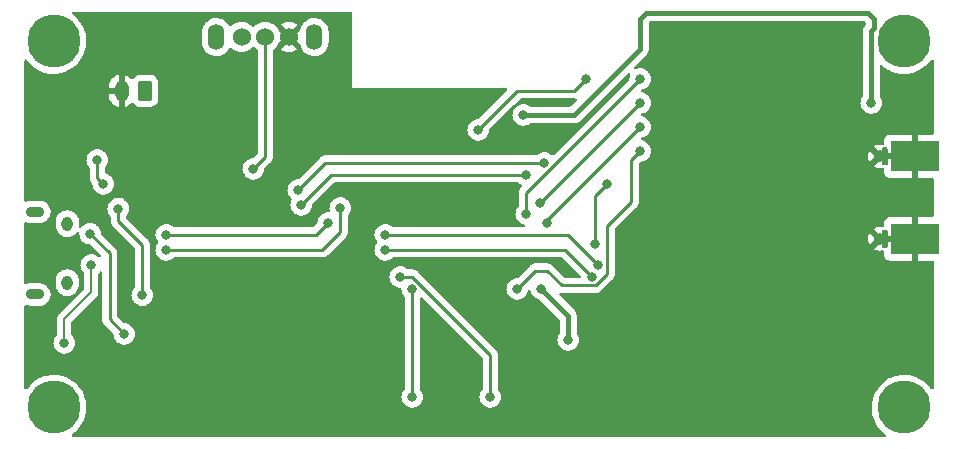
<source format=gbl>
G04 #@! TF.GenerationSoftware,KiCad,Pcbnew,(6.0.7)*
G04 #@! TF.CreationDate,2022-10-05T21:11:47-04:00*
G04 #@! TF.ProjectId,Dogometer_v1,446f676f-6d65-4746-9572-5f76312e6b69,rev?*
G04 #@! TF.SameCoordinates,Original*
G04 #@! TF.FileFunction,Copper,L2,Bot*
G04 #@! TF.FilePolarity,Positive*
%FSLAX46Y46*%
G04 Gerber Fmt 4.6, Leading zero omitted, Abs format (unit mm)*
G04 Created by KiCad (PCBNEW (6.0.7)) date 2022-10-05 21:11:47*
%MOMM*%
%LPD*%
G01*
G04 APERTURE LIST*
G04 Aperture macros list*
%AMRoundRect*
0 Rectangle with rounded corners*
0 $1 Rounding radius*
0 $2 $3 $4 $5 $6 $7 $8 $9 X,Y pos of 4 corners*
0 Add a 4 corners polygon primitive as box body*
4,1,4,$2,$3,$4,$5,$6,$7,$8,$9,$2,$3,0*
0 Add four circle primitives for the rounded corners*
1,1,$1+$1,$2,$3*
1,1,$1+$1,$4,$5*
1,1,$1+$1,$6,$7*
1,1,$1+$1,$8,$9*
0 Add four rect primitives between the rounded corners*
20,1,$1+$1,$2,$3,$4,$5,0*
20,1,$1+$1,$4,$5,$6,$7,0*
20,1,$1+$1,$6,$7,$8,$9,0*
20,1,$1+$1,$8,$9,$2,$3,0*%
G04 Aperture macros list end*
G04 #@! TA.AperFunction,ComponentPad*
%ADD10O,1.550000X0.890000*%
G04 #@! TD*
G04 #@! TA.AperFunction,ComponentPad*
%ADD11O,0.950000X1.250000*%
G04 #@! TD*
G04 #@! TA.AperFunction,ComponentPad*
%ADD12C,0.970000*%
G04 #@! TD*
G04 #@! TA.AperFunction,SMDPad,CuDef*
%ADD13R,4.190000X2.665000*%
G04 #@! TD*
G04 #@! TA.AperFunction,SMDPad,CuDef*
%ADD14R,0.890000X0.460000*%
G04 #@! TD*
G04 #@! TA.AperFunction,ComponentPad*
%ADD15C,1.524000*%
G04 #@! TD*
G04 #@! TA.AperFunction,ComponentPad*
%ADD16O,1.400000X2.200000*%
G04 #@! TD*
G04 #@! TA.AperFunction,ComponentPad*
%ADD17RoundRect,0.250000X0.350000X0.625000X-0.350000X0.625000X-0.350000X-0.625000X0.350000X-0.625000X0*%
G04 #@! TD*
G04 #@! TA.AperFunction,ComponentPad*
%ADD18O,1.200000X1.750000*%
G04 #@! TD*
G04 #@! TA.AperFunction,ViaPad*
%ADD19C,0.800000*%
G04 #@! TD*
G04 #@! TA.AperFunction,ViaPad*
%ADD20C,4.500000*%
G04 #@! TD*
G04 #@! TA.AperFunction,Conductor*
%ADD21C,0.400000*%
G04 #@! TD*
G04 #@! TA.AperFunction,Conductor*
%ADD22C,0.250000*%
G04 #@! TD*
G04 #@! TA.AperFunction,Conductor*
%ADD23C,0.200000*%
G04 #@! TD*
G04 APERTURE END LIST*
D10*
X107536000Y-102438000D03*
D11*
X110236000Y-108438000D03*
X110236000Y-103438000D03*
D10*
X107536000Y-109438000D03*
D12*
X179015000Y-104726500D03*
X179015000Y-97741500D03*
D13*
X182000000Y-97741500D03*
X182000000Y-104726500D03*
D14*
X179460000Y-104726500D03*
X179460000Y-97741500D03*
D15*
X125000000Y-87630000D03*
X127000000Y-87630000D03*
X129000000Y-87630000D03*
D16*
X131150000Y-87630000D03*
X122850000Y-87630000D03*
D17*
X116840000Y-92202000D03*
D18*
X114840000Y-92202000D03*
D19*
X151130000Y-119380000D03*
X166370000Y-119380000D03*
X166370000Y-116840000D03*
X166366000Y-114300000D03*
X166366000Y-111760000D03*
X166370000Y-109220000D03*
X166370000Y-106680000D03*
X166370000Y-104140000D03*
X181610000Y-92710000D03*
X181610000Y-111760000D03*
X130810000Y-91440000D03*
X107950000Y-92710000D03*
X115570000Y-119380000D03*
X135890000Y-119380000D03*
X146050000Y-101600000D03*
X146050000Y-107950000D03*
X142240000Y-107950000D03*
X167640000Y-88900000D03*
X167640000Y-93980000D03*
X167640000Y-99060000D03*
X172720000Y-99060000D03*
X172720000Y-93980000D03*
X172720000Y-88900000D03*
X162560000Y-88900000D03*
X162560000Y-93980000D03*
X162560000Y-99060000D03*
X157480000Y-104140000D03*
X177800000Y-116840000D03*
X177800000Y-114300000D03*
X177800000Y-111760000D03*
X177800000Y-109220000D03*
X177800000Y-106680000D03*
X175260000Y-104140000D03*
X170180000Y-104140000D03*
X162560000Y-104140000D03*
X170180000Y-106680000D03*
X170180000Y-109220000D03*
X170180000Y-111760000D03*
X170180000Y-114300000D03*
X170180000Y-116840000D03*
X170180000Y-119380000D03*
X162560000Y-119380000D03*
X162560000Y-116840000D03*
X162560000Y-114300000D03*
X162560000Y-111760000D03*
X162560000Y-109220000D03*
X162560000Y-106680000D03*
D20*
X181100000Y-88000000D03*
X181100000Y-119000000D03*
X109100000Y-119000000D03*
X109100000Y-88000000D03*
D19*
X149860000Y-95758000D03*
X111418684Y-98333082D03*
X119126000Y-98044000D03*
X146304000Y-96774000D03*
X125476000Y-101092000D03*
X118110000Y-107188000D03*
X115406337Y-96133763D03*
X152654000Y-113284000D03*
X150368000Y-108966000D03*
X178308000Y-93218000D03*
X148844000Y-94234000D03*
X115062000Y-112776000D03*
X112173000Y-104299000D03*
X112268000Y-106934000D03*
X109982000Y-113538000D03*
X112776000Y-98044000D03*
X113284000Y-100076000D03*
X139446000Y-118110000D03*
X139446000Y-108966000D03*
X146050000Y-118110000D03*
X138430000Y-107950000D03*
X116586000Y-109494000D03*
X114554000Y-102172000D03*
X154940000Y-105156000D03*
X155956000Y-100076000D03*
X154178000Y-91186000D03*
X145034000Y-95504000D03*
X125984000Y-98806000D03*
X118618000Y-105664000D03*
X133350000Y-102108000D03*
X132334000Y-103378000D03*
X118618000Y-104394000D03*
X149098000Y-99314000D03*
X130048000Y-101854000D03*
X150622000Y-98298000D03*
X129794000Y-100584000D03*
X149098000Y-102616000D03*
X158750000Y-91186000D03*
X158750000Y-93218000D03*
X150241000Y-101727000D03*
X158750000Y-95250000D03*
X150876000Y-103378000D03*
X148336000Y-108966000D03*
X158750000Y-97282000D03*
X137160000Y-104394000D03*
X155194000Y-106934000D03*
X137160000Y-105664000D03*
X154686000Y-107950000D03*
D21*
X159258000Y-85598000D02*
X177800000Y-85598000D01*
X152654000Y-111252000D02*
X152654000Y-113284000D01*
X157480000Y-89916000D02*
X158750000Y-88646000D01*
X178308000Y-87122000D02*
X178308000Y-93218000D01*
X150368000Y-108966000D02*
X152654000Y-111252000D01*
X158750000Y-86106000D02*
X159258000Y-85598000D01*
X158750000Y-88646000D02*
X158750000Y-86360000D01*
X178562000Y-86106000D02*
X178562000Y-86868000D01*
X153162000Y-94234000D02*
X157480000Y-89916000D01*
X178562000Y-86868000D02*
X178308000Y-87122000D01*
X177800000Y-85598000D02*
X178054000Y-85598000D01*
X148844000Y-94234000D02*
X153162000Y-94234000D01*
X158750000Y-86360000D02*
X158750000Y-86106000D01*
X178054000Y-85598000D02*
X178562000Y-86106000D01*
D22*
X113829000Y-111543000D02*
X113829000Y-105955000D01*
X115062000Y-112776000D02*
X113829000Y-111543000D01*
X113829000Y-105955000D02*
X112173000Y-104299000D01*
D23*
X112268000Y-109220000D02*
X109982000Y-111506000D01*
X109982000Y-111506000D02*
X109982000Y-113538000D01*
X112268000Y-106934000D02*
X112268000Y-109220000D01*
D22*
X112776000Y-99568000D02*
X112776000Y-98044000D01*
X113284000Y-100076000D02*
X112776000Y-99568000D01*
X139446000Y-108966000D02*
X139446000Y-118110000D01*
X139455305Y-107950000D02*
X146050000Y-114544695D01*
X146050000Y-114544695D02*
X146050000Y-118110000D01*
X138430000Y-107950000D02*
X139455305Y-107950000D01*
X114554000Y-103188000D02*
X114554000Y-102172000D01*
X116586000Y-105220000D02*
X114554000Y-103188000D01*
X116586000Y-109494000D02*
X116586000Y-105220000D01*
X154940000Y-101092000D02*
X155956000Y-100076000D01*
X154940000Y-105156000D02*
X154940000Y-101092000D01*
X148336000Y-92202000D02*
X152400000Y-92202000D01*
X145034000Y-95504000D02*
X148336000Y-92202000D01*
X153162000Y-92202000D02*
X154178000Y-91186000D01*
X152400000Y-92202000D02*
X153162000Y-92202000D01*
X127000000Y-97790000D02*
X127000000Y-87630000D01*
X125984000Y-98806000D02*
X127000000Y-97790000D01*
X118618000Y-105664000D02*
X131826000Y-105664000D01*
X133350000Y-104140000D02*
X133350000Y-102108000D01*
X131826000Y-105664000D02*
X133350000Y-104140000D01*
X132334000Y-103378000D02*
X131318000Y-104394000D01*
X131318000Y-104394000D02*
X118618000Y-104394000D01*
X132588000Y-99314000D02*
X149098000Y-99314000D01*
X130048000Y-101854000D02*
X132588000Y-99314000D01*
X129794000Y-100584000D02*
X132080000Y-98298000D01*
X132080000Y-98298000D02*
X150622000Y-98298000D01*
X149352000Y-100584000D02*
X149361305Y-100584000D01*
X149098000Y-100838000D02*
X149352000Y-100584000D01*
X149361305Y-100584000D02*
X158750000Y-91195305D01*
X158750000Y-91195305D02*
X158750000Y-91186000D01*
X149098000Y-102616000D02*
X149098000Y-100838000D01*
X150241000Y-101727000D02*
X150114000Y-101854000D01*
X158750000Y-93218000D02*
X150241000Y-101727000D01*
X150876000Y-103124000D02*
X150876000Y-103378000D01*
X158750000Y-95250000D02*
X150876000Y-103124000D01*
X155956000Y-107705305D02*
X154986305Y-108675000D01*
X149860000Y-107442000D02*
X148336000Y-108966000D01*
X150876000Y-107442000D02*
X149860000Y-107442000D01*
X155956000Y-103632000D02*
X155956000Y-107705305D01*
X157988000Y-101600000D02*
X155956000Y-103632000D01*
X157988000Y-98044000D02*
X157988000Y-99314000D01*
X157988000Y-99314000D02*
X157988000Y-101600000D01*
X154986305Y-108675000D02*
X152109000Y-108675000D01*
X152109000Y-108675000D02*
X150876000Y-107442000D01*
X158750000Y-97282000D02*
X157988000Y-98044000D01*
X152654000Y-104394000D02*
X155194000Y-106934000D01*
X137160000Y-104394000D02*
X152654000Y-104394000D01*
X152400000Y-105664000D02*
X154686000Y-107950000D01*
X137160000Y-105664000D02*
X152400000Y-105664000D01*
G04 #@! TA.AperFunction,Conductor*
G36*
X134308121Y-85528502D02*
G01*
X134354614Y-85582158D01*
X134366000Y-85634500D01*
X134366000Y-91948000D01*
X147389905Y-91948000D01*
X147458026Y-91968002D01*
X147504519Y-92021658D01*
X147514623Y-92091932D01*
X147485129Y-92156512D01*
X147479000Y-92163095D01*
X145083500Y-94558595D01*
X145021188Y-94592621D01*
X144994405Y-94595500D01*
X144938513Y-94595500D01*
X144932061Y-94596872D01*
X144932056Y-94596872D01*
X144864279Y-94611279D01*
X144751712Y-94635206D01*
X144745682Y-94637891D01*
X144745681Y-94637891D01*
X144583278Y-94710197D01*
X144583276Y-94710198D01*
X144577248Y-94712882D01*
X144571907Y-94716762D01*
X144571906Y-94716763D01*
X144569138Y-94718774D01*
X144422747Y-94825134D01*
X144418326Y-94830044D01*
X144418325Y-94830045D01*
X144323667Y-94935174D01*
X144294960Y-94967056D01*
X144199473Y-95132444D01*
X144140458Y-95314072D01*
X144120496Y-95504000D01*
X144140458Y-95693928D01*
X144199473Y-95875556D01*
X144294960Y-96040944D01*
X144422747Y-96182866D01*
X144577248Y-96295118D01*
X144583276Y-96297802D01*
X144583278Y-96297803D01*
X144603147Y-96306649D01*
X144751712Y-96372794D01*
X144829117Y-96389247D01*
X144932056Y-96411128D01*
X144932061Y-96411128D01*
X144938513Y-96412500D01*
X145129487Y-96412500D01*
X145135939Y-96411128D01*
X145135944Y-96411128D01*
X145238883Y-96389247D01*
X145316288Y-96372794D01*
X145464853Y-96306649D01*
X145484722Y-96297803D01*
X145484724Y-96297802D01*
X145490752Y-96295118D01*
X145645253Y-96182866D01*
X145773040Y-96040944D01*
X145868527Y-95875556D01*
X145927542Y-95693928D01*
X145944907Y-95528706D01*
X145971920Y-95463050D01*
X145981122Y-95452782D01*
X148030498Y-93403406D01*
X148053852Y-93390654D01*
X148059674Y-93375699D01*
X148070359Y-93363545D01*
X148561499Y-92872405D01*
X148623811Y-92838379D01*
X148650594Y-92835500D01*
X153083233Y-92835500D01*
X153094416Y-92836027D01*
X153101909Y-92837702D01*
X153109835Y-92837453D01*
X153109836Y-92837453D01*
X153169986Y-92835562D01*
X153173945Y-92835500D01*
X153201856Y-92835500D01*
X153205791Y-92835003D01*
X153205856Y-92834995D01*
X153217695Y-92834062D01*
X153234198Y-92833544D01*
X153252992Y-92832953D01*
X153321707Y-92850806D01*
X153369862Y-92902975D01*
X153382168Y-92972897D01*
X153354718Y-93038372D01*
X153346044Y-93047986D01*
X152905435Y-93488595D01*
X152843123Y-93522621D01*
X152816340Y-93525500D01*
X149455405Y-93525500D01*
X149387284Y-93505498D01*
X149381344Y-93501436D01*
X149306094Y-93446763D01*
X149306093Y-93446762D01*
X149300752Y-93442882D01*
X149294724Y-93440198D01*
X149294722Y-93440197D01*
X149132319Y-93367891D01*
X149132318Y-93367891D01*
X149126288Y-93365206D01*
X149032888Y-93345353D01*
X148945944Y-93326872D01*
X148945939Y-93326872D01*
X148939487Y-93325500D01*
X148748513Y-93325500D01*
X148742061Y-93326872D01*
X148742056Y-93326872D01*
X148655113Y-93345353D01*
X148561712Y-93365206D01*
X148555682Y-93367891D01*
X148555681Y-93367891D01*
X148393278Y-93440197D01*
X148393276Y-93440198D01*
X148387248Y-93442882D01*
X148381907Y-93446762D01*
X148381906Y-93446763D01*
X148233515Y-93554576D01*
X148227450Y-93556740D01*
X148213229Y-93576811D01*
X148104960Y-93697056D01*
X148009473Y-93862444D01*
X147950458Y-94044072D01*
X147949768Y-94050633D01*
X147949768Y-94050635D01*
X147941060Y-94133492D01*
X147930496Y-94234000D01*
X147931186Y-94240565D01*
X147945824Y-94379834D01*
X147950458Y-94423928D01*
X148009473Y-94605556D01*
X148104960Y-94770944D01*
X148109378Y-94775851D01*
X148109379Y-94775852D01*
X148212367Y-94890232D01*
X148232747Y-94912866D01*
X148387248Y-95025118D01*
X148393276Y-95027802D01*
X148393278Y-95027803D01*
X148465756Y-95060072D01*
X148561712Y-95102794D01*
X148655113Y-95122647D01*
X148742056Y-95141128D01*
X148742061Y-95141128D01*
X148748513Y-95142500D01*
X148939487Y-95142500D01*
X148945939Y-95141128D01*
X148945944Y-95141128D01*
X149032888Y-95122647D01*
X149126288Y-95102794D01*
X149222244Y-95060072D01*
X149294722Y-95027803D01*
X149294724Y-95027802D01*
X149300752Y-95025118D01*
X149381344Y-94966564D01*
X149448211Y-94942706D01*
X149455405Y-94942500D01*
X153133088Y-94942500D01*
X153141658Y-94942792D01*
X153191776Y-94946209D01*
X153191780Y-94946209D01*
X153199352Y-94946725D01*
X153206829Y-94945420D01*
X153206830Y-94945420D01*
X153233308Y-94940799D01*
X153262303Y-94935738D01*
X153268821Y-94934777D01*
X153332242Y-94927102D01*
X153339343Y-94924419D01*
X153341952Y-94923778D01*
X153358262Y-94919315D01*
X153360798Y-94918550D01*
X153368284Y-94917243D01*
X153426800Y-94891556D01*
X153432904Y-94889065D01*
X153485548Y-94869173D01*
X153485549Y-94869172D01*
X153492656Y-94866487D01*
X153498919Y-94862183D01*
X153501285Y-94860946D01*
X153516097Y-94852701D01*
X153518351Y-94851368D01*
X153525305Y-94848315D01*
X153576002Y-94809413D01*
X153581332Y-94805541D01*
X153627720Y-94773661D01*
X153627725Y-94773656D01*
X153633981Y-94769357D01*
X153675436Y-94722829D01*
X153680416Y-94717554D01*
X157704132Y-90693839D01*
X157766444Y-90659813D01*
X157837260Y-90664878D01*
X157894095Y-90707425D01*
X157918906Y-90773945D01*
X157913060Y-90821870D01*
X157899896Y-90862385D01*
X157856458Y-90996072D01*
X157855768Y-91002633D01*
X157855768Y-91002635D01*
X157838000Y-91171691D01*
X157810987Y-91237348D01*
X157801785Y-91247616D01*
X151420484Y-97628916D01*
X151358172Y-97662942D01*
X151287357Y-97657877D01*
X151243159Y-97627812D01*
X151242577Y-97628459D01*
X151237842Y-97624196D01*
X151237760Y-97624140D01*
X151233253Y-97619134D01*
X151078752Y-97506882D01*
X151072724Y-97504198D01*
X151072722Y-97504197D01*
X150910319Y-97431891D01*
X150910318Y-97431891D01*
X150904288Y-97429206D01*
X150810887Y-97409353D01*
X150723944Y-97390872D01*
X150723939Y-97390872D01*
X150717487Y-97389500D01*
X150526513Y-97389500D01*
X150520061Y-97390872D01*
X150520056Y-97390872D01*
X150433113Y-97409353D01*
X150339712Y-97429206D01*
X150333682Y-97431891D01*
X150333681Y-97431891D01*
X150171278Y-97504197D01*
X150171276Y-97504198D01*
X150165248Y-97506882D01*
X150159907Y-97510762D01*
X150159906Y-97510763D01*
X150060913Y-97582686D01*
X150010747Y-97619134D01*
X150006332Y-97624037D01*
X150001420Y-97628460D01*
X150000295Y-97627211D01*
X149946986Y-97660051D01*
X149913800Y-97664500D01*
X132158767Y-97664500D01*
X132147584Y-97663973D01*
X132140091Y-97662298D01*
X132132165Y-97662547D01*
X132132164Y-97662547D01*
X132072014Y-97664438D01*
X132068055Y-97664500D01*
X132040144Y-97664500D01*
X132036210Y-97664997D01*
X132036209Y-97664997D01*
X132036144Y-97665005D01*
X132024307Y-97665938D01*
X131992490Y-97666938D01*
X131988029Y-97667078D01*
X131980110Y-97667327D01*
X131962496Y-97672444D01*
X131960658Y-97672978D01*
X131941306Y-97676986D01*
X131934235Y-97677880D01*
X131921203Y-97679526D01*
X131913834Y-97682443D01*
X131913832Y-97682444D01*
X131880097Y-97695800D01*
X131868869Y-97699645D01*
X131826407Y-97711982D01*
X131819585Y-97716016D01*
X131819579Y-97716019D01*
X131808968Y-97722294D01*
X131791218Y-97730990D01*
X131779756Y-97735528D01*
X131779751Y-97735531D01*
X131772383Y-97738448D01*
X131765968Y-97743109D01*
X131736625Y-97764427D01*
X131726707Y-97770943D01*
X131708019Y-97781995D01*
X131688637Y-97793458D01*
X131674313Y-97807782D01*
X131659281Y-97820621D01*
X131642893Y-97832528D01*
X131614712Y-97866593D01*
X131606722Y-97875373D01*
X129843500Y-99638595D01*
X129781188Y-99672621D01*
X129754405Y-99675500D01*
X129698513Y-99675500D01*
X129692061Y-99676872D01*
X129692056Y-99676872D01*
X129605112Y-99695353D01*
X129511712Y-99715206D01*
X129505682Y-99717891D01*
X129505681Y-99717891D01*
X129343278Y-99790197D01*
X129343276Y-99790198D01*
X129337248Y-99792882D01*
X129182747Y-99905134D01*
X129178326Y-99910044D01*
X129178325Y-99910045D01*
X129079400Y-100019913D01*
X129054960Y-100047056D01*
X129038249Y-100076000D01*
X128972383Y-100190084D01*
X128959473Y-100212444D01*
X128900458Y-100394072D01*
X128899768Y-100400633D01*
X128899768Y-100400635D01*
X128887963Y-100512959D01*
X128880496Y-100584000D01*
X128881186Y-100590565D01*
X128899726Y-100766959D01*
X128900458Y-100773928D01*
X128959473Y-100955556D01*
X129054960Y-101120944D01*
X129182747Y-101262866D01*
X129188089Y-101266747D01*
X129188091Y-101266749D01*
X129201920Y-101276796D01*
X129245274Y-101333018D01*
X129251349Y-101403754D01*
X129236978Y-101441732D01*
X129213473Y-101482444D01*
X129154458Y-101664072D01*
X129153768Y-101670633D01*
X129153768Y-101670635D01*
X129147844Y-101727000D01*
X129134496Y-101854000D01*
X129135186Y-101860565D01*
X129152214Y-102022574D01*
X129154458Y-102043928D01*
X129213473Y-102225556D01*
X129308960Y-102390944D01*
X129313378Y-102395851D01*
X129313379Y-102395852D01*
X129411445Y-102504765D01*
X129436747Y-102532866D01*
X129511093Y-102586882D01*
X129560207Y-102622565D01*
X129591248Y-102645118D01*
X129597276Y-102647802D01*
X129597278Y-102647803D01*
X129759681Y-102720109D01*
X129765712Y-102722794D01*
X129857965Y-102742403D01*
X129946056Y-102761128D01*
X129946061Y-102761128D01*
X129952513Y-102762500D01*
X130143487Y-102762500D01*
X130149939Y-102761128D01*
X130149944Y-102761128D01*
X130238035Y-102742403D01*
X130330288Y-102722794D01*
X130336319Y-102720109D01*
X130498722Y-102647803D01*
X130498724Y-102647802D01*
X130504752Y-102645118D01*
X130535794Y-102622565D01*
X130584907Y-102586882D01*
X130659253Y-102532866D01*
X130684555Y-102504765D01*
X130782621Y-102395852D01*
X130782622Y-102395851D01*
X130787040Y-102390944D01*
X130882527Y-102225556D01*
X130941542Y-102043928D01*
X130943787Y-102022574D01*
X130950619Y-101957566D01*
X130958907Y-101878706D01*
X130985920Y-101813050D01*
X130995122Y-101802782D01*
X132813499Y-99984405D01*
X132875811Y-99950379D01*
X132902594Y-99947500D01*
X148389800Y-99947500D01*
X148457921Y-99967502D01*
X148477147Y-99983843D01*
X148477420Y-99983540D01*
X148482332Y-99987963D01*
X148486747Y-99992866D01*
X148492086Y-99996745D01*
X148610207Y-100082565D01*
X148641248Y-100105118D01*
X148647281Y-100107804D01*
X148677007Y-100121039D01*
X148731103Y-100167018D01*
X148751753Y-100234945D01*
X148732401Y-100303254D01*
X148714854Y-100325241D01*
X148705747Y-100334348D01*
X148697461Y-100341888D01*
X148690982Y-100346000D01*
X148685557Y-100351777D01*
X148644357Y-100395651D01*
X148641602Y-100398493D01*
X148621865Y-100418230D01*
X148619385Y-100421427D01*
X148611682Y-100430447D01*
X148581414Y-100462679D01*
X148577595Y-100469625D01*
X148577593Y-100469628D01*
X148571652Y-100480434D01*
X148560801Y-100496953D01*
X148548386Y-100512959D01*
X148545241Y-100520228D01*
X148545238Y-100520232D01*
X148530826Y-100553537D01*
X148525609Y-100564187D01*
X148504305Y-100602940D01*
X148502334Y-100610615D01*
X148502334Y-100610616D01*
X148499267Y-100622562D01*
X148492863Y-100641266D01*
X148484819Y-100659855D01*
X148483580Y-100667678D01*
X148483577Y-100667688D01*
X148477901Y-100703524D01*
X148475495Y-100715144D01*
X148464500Y-100757970D01*
X148464500Y-100778224D01*
X148462949Y-100797934D01*
X148459780Y-100817943D01*
X148460526Y-100825835D01*
X148463941Y-100861961D01*
X148464500Y-100873819D01*
X148464500Y-101913476D01*
X148444498Y-101981597D01*
X148432142Y-101997779D01*
X148358960Y-102079056D01*
X148263473Y-102244444D01*
X148204458Y-102426072D01*
X148203768Y-102432633D01*
X148203768Y-102432635D01*
X148192771Y-102537271D01*
X148184496Y-102616000D01*
X148185186Y-102622565D01*
X148199894Y-102762500D01*
X148204458Y-102805928D01*
X148263473Y-102987556D01*
X148358960Y-103152944D01*
X148363378Y-103157851D01*
X148363379Y-103157852D01*
X148478311Y-103285497D01*
X148486747Y-103294866D01*
X148522478Y-103320826D01*
X148622410Y-103393431D01*
X148641248Y-103407118D01*
X148647276Y-103409802D01*
X148647278Y-103409803D01*
X148757840Y-103459028D01*
X148815712Y-103484794D01*
X148911700Y-103505197D01*
X148940191Y-103511253D01*
X149002664Y-103544982D01*
X149036986Y-103607131D01*
X149032258Y-103677970D01*
X148989982Y-103735008D01*
X148923581Y-103760135D01*
X148913994Y-103760500D01*
X137868200Y-103760500D01*
X137800079Y-103740498D01*
X137780853Y-103724157D01*
X137780580Y-103724460D01*
X137775668Y-103720037D01*
X137771253Y-103715134D01*
X137691345Y-103657077D01*
X137622094Y-103606763D01*
X137622093Y-103606762D01*
X137616752Y-103602882D01*
X137610724Y-103600198D01*
X137610722Y-103600197D01*
X137448319Y-103527891D01*
X137448318Y-103527891D01*
X137442288Y-103525206D01*
X137333273Y-103502034D01*
X137261944Y-103486872D01*
X137261939Y-103486872D01*
X137255487Y-103485500D01*
X137064513Y-103485500D01*
X137058061Y-103486872D01*
X137058056Y-103486872D01*
X136986727Y-103502034D01*
X136877712Y-103525206D01*
X136871682Y-103527891D01*
X136871681Y-103527891D01*
X136709278Y-103600197D01*
X136709276Y-103600198D01*
X136703248Y-103602882D01*
X136697907Y-103606762D01*
X136697906Y-103606763D01*
X136695217Y-103608717D01*
X136548747Y-103715134D01*
X136544326Y-103720044D01*
X136544325Y-103720045D01*
X136435203Y-103841238D01*
X136420960Y-103857056D01*
X136325473Y-104022444D01*
X136266458Y-104204072D01*
X136246496Y-104394000D01*
X136247186Y-104400565D01*
X136264293Y-104563325D01*
X136266458Y-104583928D01*
X136325473Y-104765556D01*
X136328776Y-104771278D01*
X136328777Y-104771279D01*
X136336378Y-104784444D01*
X136420960Y-104930944D01*
X136433338Y-104944691D01*
X136464054Y-105008697D01*
X136455290Y-105079150D01*
X136433339Y-105113307D01*
X136420960Y-105127056D01*
X136325473Y-105292444D01*
X136266458Y-105474072D01*
X136265768Y-105480633D01*
X136265768Y-105480635D01*
X136257634Y-105558029D01*
X136246496Y-105664000D01*
X136247186Y-105670565D01*
X136263537Y-105826133D01*
X136266458Y-105853928D01*
X136325473Y-106035556D01*
X136420960Y-106200944D01*
X136425378Y-106205851D01*
X136425379Y-106205852D01*
X136525909Y-106317502D01*
X136548747Y-106342866D01*
X136703248Y-106455118D01*
X136709276Y-106457802D01*
X136709278Y-106457803D01*
X136831735Y-106512324D01*
X136877712Y-106532794D01*
X136971113Y-106552647D01*
X137058056Y-106571128D01*
X137058061Y-106571128D01*
X137064513Y-106572500D01*
X137255487Y-106572500D01*
X137261939Y-106571128D01*
X137261944Y-106571128D01*
X137348888Y-106552647D01*
X137442288Y-106532794D01*
X137488265Y-106512324D01*
X137610722Y-106457803D01*
X137610724Y-106457802D01*
X137616752Y-106455118D01*
X137672350Y-106414724D01*
X137749671Y-106358546D01*
X137771253Y-106342866D01*
X137775668Y-106337963D01*
X137780580Y-106333540D01*
X137781705Y-106334789D01*
X137835014Y-106301949D01*
X137868200Y-106297500D01*
X152085406Y-106297500D01*
X152153527Y-106317502D01*
X152174501Y-106334405D01*
X153666501Y-107826405D01*
X153700527Y-107888717D01*
X153695462Y-107959532D01*
X153652915Y-108016368D01*
X153586395Y-108041179D01*
X153577406Y-108041500D01*
X152423595Y-108041500D01*
X152355474Y-108021498D01*
X152334500Y-108004595D01*
X151379652Y-107049747D01*
X151372112Y-107041461D01*
X151368000Y-107034982D01*
X151318348Y-106988356D01*
X151315507Y-106985602D01*
X151295770Y-106965865D01*
X151292573Y-106963385D01*
X151283551Y-106955680D01*
X151267455Y-106940565D01*
X151251321Y-106925414D01*
X151244375Y-106921595D01*
X151244372Y-106921593D01*
X151233566Y-106915652D01*
X151217047Y-106904801D01*
X151216583Y-106904441D01*
X151201041Y-106892386D01*
X151193772Y-106889241D01*
X151193768Y-106889238D01*
X151160463Y-106874826D01*
X151149813Y-106869609D01*
X151111060Y-106848305D01*
X151091437Y-106843267D01*
X151072734Y-106836863D01*
X151061420Y-106831967D01*
X151061419Y-106831967D01*
X151054145Y-106828819D01*
X151046322Y-106827580D01*
X151046312Y-106827577D01*
X151010476Y-106821901D01*
X150998856Y-106819495D01*
X150963711Y-106810472D01*
X150963710Y-106810472D01*
X150956030Y-106808500D01*
X150935776Y-106808500D01*
X150916065Y-106806949D01*
X150913534Y-106806548D01*
X150896057Y-106803780D01*
X150888165Y-106804526D01*
X150852039Y-106807941D01*
X150840181Y-106808500D01*
X149938763Y-106808500D01*
X149927579Y-106807973D01*
X149920091Y-106806299D01*
X149912168Y-106806548D01*
X149852033Y-106808438D01*
X149848075Y-106808500D01*
X149820144Y-106808500D01*
X149816229Y-106808995D01*
X149816225Y-106808995D01*
X149816167Y-106809003D01*
X149816138Y-106809006D01*
X149804296Y-106809939D01*
X149760110Y-106811327D01*
X149742744Y-106816372D01*
X149740658Y-106816978D01*
X149721306Y-106820986D01*
X149709068Y-106822532D01*
X149709066Y-106822533D01*
X149701203Y-106823526D01*
X149660086Y-106839806D01*
X149648885Y-106843641D01*
X149606406Y-106855982D01*
X149599587Y-106860015D01*
X149599582Y-106860017D01*
X149588971Y-106866293D01*
X149571221Y-106874990D01*
X149552383Y-106882448D01*
X149545967Y-106887109D01*
X149545966Y-106887110D01*
X149516625Y-106908428D01*
X149506701Y-106914947D01*
X149475460Y-106933422D01*
X149475455Y-106933426D01*
X149468637Y-106937458D01*
X149454313Y-106951782D01*
X149439281Y-106964621D01*
X149422893Y-106976528D01*
X149394712Y-107010593D01*
X149386722Y-107019373D01*
X148385500Y-108020595D01*
X148323188Y-108054621D01*
X148296405Y-108057500D01*
X148240513Y-108057500D01*
X148234061Y-108058872D01*
X148234056Y-108058872D01*
X148155830Y-108075500D01*
X148053712Y-108097206D01*
X148047682Y-108099891D01*
X148047681Y-108099891D01*
X147885278Y-108172197D01*
X147885276Y-108172198D01*
X147879248Y-108174882D01*
X147873907Y-108178762D01*
X147873906Y-108178763D01*
X147843349Y-108200964D01*
X147724747Y-108287134D01*
X147596960Y-108429056D01*
X147501473Y-108594444D01*
X147442458Y-108776072D01*
X147441768Y-108782633D01*
X147441768Y-108782635D01*
X147433779Y-108858650D01*
X147422496Y-108966000D01*
X147423186Y-108972565D01*
X147440834Y-109140472D01*
X147442458Y-109155928D01*
X147501473Y-109337556D01*
X147596960Y-109502944D01*
X147601375Y-109507847D01*
X147601379Y-109507852D01*
X147704223Y-109622072D01*
X147724747Y-109644866D01*
X147879248Y-109757118D01*
X147885276Y-109759802D01*
X147885278Y-109759803D01*
X148047681Y-109832109D01*
X148053712Y-109834794D01*
X148147113Y-109854647D01*
X148234056Y-109873128D01*
X148234061Y-109873128D01*
X148240513Y-109874500D01*
X148431487Y-109874500D01*
X148437939Y-109873128D01*
X148437944Y-109873128D01*
X148524887Y-109854647D01*
X148618288Y-109834794D01*
X148624319Y-109832109D01*
X148786722Y-109759803D01*
X148786724Y-109759802D01*
X148792752Y-109757118D01*
X148947253Y-109644866D01*
X148967777Y-109622072D01*
X149070621Y-109507852D01*
X149070625Y-109507847D01*
X149075040Y-109502944D01*
X149170527Y-109337556D01*
X149229542Y-109155928D01*
X149229682Y-109154599D01*
X149262482Y-109093844D01*
X149324632Y-109059523D01*
X149395471Y-109064252D01*
X149452508Y-109106528D01*
X149474276Y-109154192D01*
X149474458Y-109155928D01*
X149533473Y-109337556D01*
X149628960Y-109502944D01*
X149633375Y-109507847D01*
X149633379Y-109507852D01*
X149736223Y-109622072D01*
X149756747Y-109644866D01*
X149911248Y-109757118D01*
X149917276Y-109759802D01*
X149917278Y-109759803D01*
X150079681Y-109832109D01*
X150085712Y-109834794D01*
X150200867Y-109859271D01*
X150238569Y-109867285D01*
X150301467Y-109901437D01*
X151908595Y-111508566D01*
X151942621Y-111570878D01*
X151945500Y-111597661D01*
X151945500Y-112665256D01*
X151925498Y-112733377D01*
X151921436Y-112739317D01*
X151919379Y-112742148D01*
X151914960Y-112747056D01*
X151911659Y-112752774D01*
X151911658Y-112752775D01*
X151840612Y-112875831D01*
X151819473Y-112912444D01*
X151760458Y-113094072D01*
X151740496Y-113284000D01*
X151741186Y-113290565D01*
X151758863Y-113458749D01*
X151760458Y-113473928D01*
X151819473Y-113655556D01*
X151914960Y-113820944D01*
X151919378Y-113825851D01*
X151919379Y-113825852D01*
X152038325Y-113957955D01*
X152042747Y-113962866D01*
X152197248Y-114075118D01*
X152203276Y-114077802D01*
X152203278Y-114077803D01*
X152325003Y-114131998D01*
X152371712Y-114152794D01*
X152465112Y-114172647D01*
X152552056Y-114191128D01*
X152552061Y-114191128D01*
X152558513Y-114192500D01*
X152749487Y-114192500D01*
X152755939Y-114191128D01*
X152755944Y-114191128D01*
X152842888Y-114172647D01*
X152936288Y-114152794D01*
X152982997Y-114131998D01*
X153104722Y-114077803D01*
X153104724Y-114077802D01*
X153110752Y-114075118D01*
X153265253Y-113962866D01*
X153269675Y-113957955D01*
X153388621Y-113825852D01*
X153388622Y-113825851D01*
X153393040Y-113820944D01*
X153488527Y-113655556D01*
X153547542Y-113473928D01*
X153549138Y-113458749D01*
X153566814Y-113290565D01*
X153567504Y-113284000D01*
X153547542Y-113094072D01*
X153488527Y-112912444D01*
X153467389Y-112875831D01*
X153396342Y-112752775D01*
X153396341Y-112752774D01*
X153393040Y-112747056D01*
X153388621Y-112742148D01*
X153386564Y-112739317D01*
X153362705Y-112672449D01*
X153362500Y-112665256D01*
X153362500Y-111280912D01*
X153362792Y-111272342D01*
X153366209Y-111222224D01*
X153366209Y-111222220D01*
X153366725Y-111214648D01*
X153355739Y-111151703D01*
X153354777Y-111145182D01*
X153348015Y-111089304D01*
X153347102Y-111081758D01*
X153344416Y-111074650D01*
X153343779Y-111072056D01*
X153339318Y-111055750D01*
X153338548Y-111053199D01*
X153337242Y-111045716D01*
X153311561Y-110987212D01*
X153309069Y-110981105D01*
X153289173Y-110928452D01*
X153289173Y-110928451D01*
X153286487Y-110921344D01*
X153282184Y-110915083D01*
X153280947Y-110912717D01*
X153272720Y-110897937D01*
X153271369Y-110895652D01*
X153268315Y-110888695D01*
X153263695Y-110882675D01*
X153263692Y-110882669D01*
X153229421Y-110838009D01*
X153225541Y-110832668D01*
X153193661Y-110786280D01*
X153193656Y-110786275D01*
X153189357Y-110780019D01*
X153142829Y-110738564D01*
X153137554Y-110733584D01*
X151925785Y-109521815D01*
X151891759Y-109459503D01*
X151896824Y-109388688D01*
X151939371Y-109331852D01*
X152005891Y-109307041D01*
X152025345Y-109307569D01*
X152028970Y-109308500D01*
X152049224Y-109308500D01*
X152068934Y-109310051D01*
X152088943Y-109313220D01*
X152096835Y-109312474D01*
X152116289Y-109310635D01*
X152132962Y-109309059D01*
X152144819Y-109308500D01*
X154907538Y-109308500D01*
X154918721Y-109309027D01*
X154926214Y-109310702D01*
X154934140Y-109310453D01*
X154934141Y-109310453D01*
X154994291Y-109308562D01*
X154998250Y-109308500D01*
X155026161Y-109308500D01*
X155030096Y-109308003D01*
X155030161Y-109307995D01*
X155041998Y-109307062D01*
X155074256Y-109306048D01*
X155078275Y-109305922D01*
X155086194Y-109305673D01*
X155105648Y-109300021D01*
X155125005Y-109296013D01*
X155137235Y-109294468D01*
X155137236Y-109294468D01*
X155145102Y-109293474D01*
X155152473Y-109290555D01*
X155152475Y-109290555D01*
X155186217Y-109277196D01*
X155197447Y-109273351D01*
X155232288Y-109263229D01*
X155232289Y-109263229D01*
X155239898Y-109261018D01*
X155246717Y-109256985D01*
X155246722Y-109256983D01*
X155257333Y-109250707D01*
X155275081Y-109242012D01*
X155293922Y-109234552D01*
X155302682Y-109228188D01*
X155329692Y-109208564D01*
X155339612Y-109202048D01*
X155370840Y-109183580D01*
X155370843Y-109183578D01*
X155377667Y-109179542D01*
X155391988Y-109165221D01*
X155407022Y-109152380D01*
X155408737Y-109151134D01*
X155423412Y-109140472D01*
X155428462Y-109134368D01*
X155428467Y-109134363D01*
X155451598Y-109106402D01*
X155459588Y-109097621D01*
X156348258Y-108208952D01*
X156356537Y-108201418D01*
X156363018Y-108197305D01*
X156409644Y-108147653D01*
X156412398Y-108144812D01*
X156432135Y-108125075D01*
X156434615Y-108121878D01*
X156442320Y-108112856D01*
X156467159Y-108086405D01*
X156472586Y-108080626D01*
X156476405Y-108073680D01*
X156476407Y-108073677D01*
X156482348Y-108062871D01*
X156493199Y-108046352D01*
X156500758Y-108036606D01*
X156505614Y-108030346D01*
X156508759Y-108023077D01*
X156508762Y-108023073D01*
X156523174Y-107989768D01*
X156528391Y-107979118D01*
X156549695Y-107940365D01*
X156554733Y-107920742D01*
X156561137Y-107902039D01*
X156566033Y-107890725D01*
X156566033Y-107890724D01*
X156569181Y-107883450D01*
X156570420Y-107875627D01*
X156570423Y-107875617D01*
X156576099Y-107839781D01*
X156578505Y-107828161D01*
X156587528Y-107793016D01*
X156587528Y-107793015D01*
X156589500Y-107785335D01*
X156589500Y-107765081D01*
X156591051Y-107745370D01*
X156592980Y-107733191D01*
X156594220Y-107725362D01*
X156590059Y-107681343D01*
X156589500Y-107669486D01*
X156589500Y-105584609D01*
X178521721Y-105584609D01*
X178526630Y-105591167D01*
X178610150Y-105637844D01*
X178621390Y-105642755D01*
X178794877Y-105699124D01*
X178806851Y-105701757D01*
X178987992Y-105723357D01*
X179000241Y-105723614D01*
X179182125Y-105709619D01*
X179194195Y-105707490D01*
X179237117Y-105695506D01*
X179308108Y-105696453D01*
X179367317Y-105735629D01*
X179395946Y-105800597D01*
X179397001Y-105816865D01*
X179397001Y-106103669D01*
X179397371Y-106110490D01*
X179402895Y-106161352D01*
X179406521Y-106176604D01*
X179451676Y-106297054D01*
X179460214Y-106312649D01*
X179536715Y-106414724D01*
X179549276Y-106427285D01*
X179651351Y-106503786D01*
X179666946Y-106512324D01*
X179787394Y-106557478D01*
X179802649Y-106561105D01*
X179853514Y-106566631D01*
X179860328Y-106567000D01*
X181727885Y-106567000D01*
X181743124Y-106562525D01*
X181744329Y-106561135D01*
X181746000Y-106553452D01*
X181746000Y-104998615D01*
X181741525Y-104983376D01*
X181740135Y-104982171D01*
X181732452Y-104980500D01*
X179708115Y-104980500D01*
X179692876Y-104984975D01*
X179691671Y-104986365D01*
X179690000Y-104994048D01*
X179690000Y-105378500D01*
X179669998Y-105446621D01*
X179616342Y-105493114D01*
X179564000Y-105504500D01*
X179356000Y-105504500D01*
X179287879Y-105484498D01*
X179241386Y-105430842D01*
X179230000Y-105378500D01*
X179230000Y-104888825D01*
X179226763Y-104877800D01*
X179219672Y-104881038D01*
X178528481Y-105572229D01*
X178521721Y-105584609D01*
X156589500Y-105584609D01*
X156589500Y-104718712D01*
X178017808Y-104718712D01*
X178033071Y-104900482D01*
X178035286Y-104912547D01*
X178085565Y-105087891D01*
X178090083Y-105099303D01*
X178147286Y-105210607D01*
X178157007Y-105220828D01*
X178163806Y-105218484D01*
X178642978Y-104739312D01*
X178650592Y-104725368D01*
X178650461Y-104723535D01*
X178646210Y-104716920D01*
X178169166Y-104239876D01*
X178156786Y-104233116D01*
X178150398Y-104237898D01*
X178100854Y-104328016D01*
X178096017Y-104339301D01*
X178040861Y-104513175D01*
X178038313Y-104525164D01*
X178017979Y-104706443D01*
X178017808Y-104718712D01*
X156589500Y-104718712D01*
X156589500Y-103946594D01*
X156609502Y-103878473D01*
X156617365Y-103868716D01*
X178520934Y-103868716D01*
X178523389Y-103875679D01*
X179217188Y-104569478D01*
X179227277Y-104574987D01*
X179230000Y-104567686D01*
X179230000Y-104074500D01*
X179250002Y-104006379D01*
X179303658Y-103959886D01*
X179356000Y-103948500D01*
X179564000Y-103948500D01*
X179632121Y-103968502D01*
X179678614Y-104022158D01*
X179690000Y-104074500D01*
X179690000Y-104454385D01*
X179694475Y-104469624D01*
X179695865Y-104470829D01*
X179703548Y-104472500D01*
X181727885Y-104472500D01*
X181743124Y-104468025D01*
X181744329Y-104466635D01*
X181746000Y-104458952D01*
X181746000Y-102904116D01*
X181741525Y-102888877D01*
X181740135Y-102887672D01*
X181732452Y-102886001D01*
X179860331Y-102886001D01*
X179853510Y-102886371D01*
X179802648Y-102891895D01*
X179787396Y-102895521D01*
X179666946Y-102940676D01*
X179651351Y-102949214D01*
X179549276Y-103025715D01*
X179536715Y-103038276D01*
X179460214Y-103140351D01*
X179451676Y-103155946D01*
X179406522Y-103276394D01*
X179402895Y-103291649D01*
X179397369Y-103342514D01*
X179397000Y-103349328D01*
X179397000Y-103634314D01*
X179376998Y-103702435D01*
X179323342Y-103748928D01*
X179253068Y-103759032D01*
X179233742Y-103754679D01*
X179221527Y-103750898D01*
X179209511Y-103748431D01*
X179028094Y-103729363D01*
X179015826Y-103729278D01*
X178834169Y-103745810D01*
X178822120Y-103748108D01*
X178647128Y-103799611D01*
X178635751Y-103804208D01*
X178531083Y-103858927D01*
X178520934Y-103868716D01*
X156617365Y-103868716D01*
X156626405Y-103857499D01*
X157488567Y-102995338D01*
X158380253Y-102103652D01*
X158388539Y-102096112D01*
X158395018Y-102092000D01*
X158441644Y-102042348D01*
X158444398Y-102039507D01*
X158464135Y-102019770D01*
X158466615Y-102016573D01*
X158474320Y-102007551D01*
X158499159Y-101981100D01*
X158504586Y-101975321D01*
X158508405Y-101968375D01*
X158508407Y-101968372D01*
X158514348Y-101957566D01*
X158525199Y-101941047D01*
X158532758Y-101931301D01*
X158537614Y-101925041D01*
X158540759Y-101917772D01*
X158540762Y-101917768D01*
X158555174Y-101884463D01*
X158560391Y-101873813D01*
X158581695Y-101835060D01*
X158586733Y-101815437D01*
X158593137Y-101796734D01*
X158598033Y-101785420D01*
X158598033Y-101785419D01*
X158601181Y-101778145D01*
X158602420Y-101770322D01*
X158602423Y-101770312D01*
X158608099Y-101734476D01*
X158610505Y-101722856D01*
X158619528Y-101687711D01*
X158619528Y-101687710D01*
X158621500Y-101680030D01*
X158621500Y-101659776D01*
X158623051Y-101640065D01*
X158624980Y-101627886D01*
X158626220Y-101620057D01*
X158622059Y-101576038D01*
X158621500Y-101564181D01*
X158621500Y-98599609D01*
X178521721Y-98599609D01*
X178526630Y-98606167D01*
X178610150Y-98652844D01*
X178621390Y-98657755D01*
X178794877Y-98714124D01*
X178806851Y-98716757D01*
X178987992Y-98738357D01*
X179000241Y-98738614D01*
X179182125Y-98724619D01*
X179194195Y-98722490D01*
X179237117Y-98710506D01*
X179308108Y-98711453D01*
X179367317Y-98750629D01*
X179395946Y-98815597D01*
X179397001Y-98831865D01*
X179397001Y-99118669D01*
X179397371Y-99125490D01*
X179402895Y-99176352D01*
X179406521Y-99191604D01*
X179451676Y-99312054D01*
X179460214Y-99327649D01*
X179536715Y-99429724D01*
X179549276Y-99442285D01*
X179651351Y-99518786D01*
X179666946Y-99527324D01*
X179787394Y-99572478D01*
X179802649Y-99576105D01*
X179853514Y-99581631D01*
X179860328Y-99582000D01*
X181727885Y-99582000D01*
X181743124Y-99577525D01*
X181744329Y-99576135D01*
X181746000Y-99568452D01*
X181746000Y-98013615D01*
X181741525Y-97998376D01*
X181740135Y-97997171D01*
X181732452Y-97995500D01*
X179708115Y-97995500D01*
X179692876Y-97999975D01*
X179691671Y-98001365D01*
X179690000Y-98009048D01*
X179690000Y-98393500D01*
X179669998Y-98461621D01*
X179616342Y-98508114D01*
X179564000Y-98519500D01*
X179356000Y-98519500D01*
X179287879Y-98499498D01*
X179241386Y-98445842D01*
X179230000Y-98393500D01*
X179230000Y-97903825D01*
X179226763Y-97892800D01*
X179219672Y-97896038D01*
X178528481Y-98587229D01*
X178521721Y-98599609D01*
X158621500Y-98599609D01*
X158621500Y-98358594D01*
X158641502Y-98290473D01*
X158658405Y-98269499D01*
X158700499Y-98227405D01*
X158762811Y-98193379D01*
X158789594Y-98190500D01*
X158845487Y-98190500D01*
X158851939Y-98189128D01*
X158851944Y-98189128D01*
X158963944Y-98165321D01*
X159032288Y-98150794D01*
X159038319Y-98148109D01*
X159200722Y-98075803D01*
X159200724Y-98075802D01*
X159206752Y-98073118D01*
X159219575Y-98063802D01*
X159286907Y-98014882D01*
X159361253Y-97960866D01*
X159404481Y-97912856D01*
X159484621Y-97823852D01*
X159484622Y-97823851D01*
X159489040Y-97818944D01*
X159538249Y-97733712D01*
X178017808Y-97733712D01*
X178033071Y-97915482D01*
X178035286Y-97927547D01*
X178085565Y-98102891D01*
X178090083Y-98114303D01*
X178147286Y-98225607D01*
X178157007Y-98235828D01*
X178163806Y-98233484D01*
X178642978Y-97754312D01*
X178650592Y-97740368D01*
X178650461Y-97738535D01*
X178646210Y-97731920D01*
X178169166Y-97254876D01*
X178156786Y-97248116D01*
X178150398Y-97252898D01*
X178100854Y-97343016D01*
X178096017Y-97354301D01*
X178040861Y-97528175D01*
X178038313Y-97540164D01*
X178017979Y-97721443D01*
X178017808Y-97733712D01*
X159538249Y-97733712D01*
X159552071Y-97709772D01*
X159581223Y-97659279D01*
X159581224Y-97659278D01*
X159584527Y-97653556D01*
X159643542Y-97471928D01*
X159648177Y-97427834D01*
X159662814Y-97288565D01*
X159663504Y-97282000D01*
X159652280Y-97175206D01*
X159644232Y-97098635D01*
X159644232Y-97098633D01*
X159643542Y-97092072D01*
X159584527Y-96910444D01*
X159569096Y-96883716D01*
X178520934Y-96883716D01*
X178523389Y-96890679D01*
X179217188Y-97584478D01*
X179227277Y-97589987D01*
X179230000Y-97582686D01*
X179230000Y-97089500D01*
X179250002Y-97021379D01*
X179303658Y-96974886D01*
X179356000Y-96963500D01*
X179564000Y-96963500D01*
X179632121Y-96983502D01*
X179678614Y-97037158D01*
X179690000Y-97089500D01*
X179690000Y-97469385D01*
X179694475Y-97484624D01*
X179695865Y-97485829D01*
X179703548Y-97487500D01*
X181727885Y-97487500D01*
X181743124Y-97483025D01*
X181744329Y-97481635D01*
X181746000Y-97473952D01*
X181746000Y-95919116D01*
X181741525Y-95903877D01*
X181740135Y-95902672D01*
X181732452Y-95901001D01*
X179860331Y-95901001D01*
X179853510Y-95901371D01*
X179802648Y-95906895D01*
X179787396Y-95910521D01*
X179666946Y-95955676D01*
X179651351Y-95964214D01*
X179549276Y-96040715D01*
X179536715Y-96053276D01*
X179460214Y-96155351D01*
X179451676Y-96170946D01*
X179406522Y-96291394D01*
X179402895Y-96306649D01*
X179397369Y-96357514D01*
X179397000Y-96364328D01*
X179397000Y-96649314D01*
X179376998Y-96717435D01*
X179323342Y-96763928D01*
X179253068Y-96774032D01*
X179233742Y-96769679D01*
X179221527Y-96765898D01*
X179209511Y-96763431D01*
X179028094Y-96744363D01*
X179015826Y-96744278D01*
X178834169Y-96760810D01*
X178822120Y-96763108D01*
X178647128Y-96814611D01*
X178635751Y-96819208D01*
X178531083Y-96873927D01*
X178520934Y-96883716D01*
X159569096Y-96883716D01*
X159489040Y-96745056D01*
X159361253Y-96603134D01*
X159206752Y-96490882D01*
X159200724Y-96488198D01*
X159200722Y-96488197D01*
X159038319Y-96415891D01*
X159038318Y-96415891D01*
X159032288Y-96413206D01*
X158919570Y-96389247D01*
X158857097Y-96355518D01*
X158822775Y-96293369D01*
X158827503Y-96222530D01*
X158869779Y-96165492D01*
X158919570Y-96142753D01*
X159032288Y-96118794D01*
X159179445Y-96053276D01*
X159200722Y-96043803D01*
X159200724Y-96043802D01*
X159206752Y-96041118D01*
X159361253Y-95928866D01*
X159396596Y-95889614D01*
X159484621Y-95791852D01*
X159484622Y-95791851D01*
X159489040Y-95786944D01*
X159584527Y-95621556D01*
X159643542Y-95439928D01*
X159663504Y-95250000D01*
X159662814Y-95243435D01*
X159644232Y-95066635D01*
X159644232Y-95066633D01*
X159643542Y-95060072D01*
X159584527Y-94878444D01*
X159579175Y-94869173D01*
X159494683Y-94722830D01*
X159489040Y-94713056D01*
X159361253Y-94571134D01*
X159206752Y-94458882D01*
X159200724Y-94456198D01*
X159200722Y-94456197D01*
X159038319Y-94383891D01*
X159038318Y-94383891D01*
X159032288Y-94381206D01*
X158919570Y-94357247D01*
X158857097Y-94323518D01*
X158822775Y-94261369D01*
X158827503Y-94190530D01*
X158869779Y-94133492D01*
X158919570Y-94110753D01*
X159032288Y-94086794D01*
X159128244Y-94044072D01*
X159200722Y-94011803D01*
X159200724Y-94011802D01*
X159206752Y-94009118D01*
X159361253Y-93896866D01*
X159489040Y-93754944D01*
X159584527Y-93589556D01*
X159643542Y-93407928D01*
X159646930Y-93375699D01*
X159662814Y-93224565D01*
X159663504Y-93218000D01*
X159656456Y-93150946D01*
X159644232Y-93034635D01*
X159644232Y-93034633D01*
X159643542Y-93028072D01*
X159584527Y-92846444D01*
X159578209Y-92835500D01*
X159503754Y-92706542D01*
X159489040Y-92681056D01*
X159476724Y-92667377D01*
X159365675Y-92544045D01*
X159365674Y-92544044D01*
X159361253Y-92539134D01*
X159206752Y-92426882D01*
X159200724Y-92424198D01*
X159200722Y-92424197D01*
X159038319Y-92351891D01*
X159038318Y-92351891D01*
X159032288Y-92349206D01*
X158919570Y-92325247D01*
X158857097Y-92291518D01*
X158822775Y-92229369D01*
X158827503Y-92158530D01*
X158869779Y-92101492D01*
X158919570Y-92078753D01*
X159032288Y-92054794D01*
X159038319Y-92052109D01*
X159200722Y-91979803D01*
X159200724Y-91979802D01*
X159206752Y-91977118D01*
X159361253Y-91864866D01*
X159396698Y-91825500D01*
X159484621Y-91727852D01*
X159484622Y-91727851D01*
X159489040Y-91722944D01*
X159584527Y-91557556D01*
X159643542Y-91375928D01*
X159656330Y-91254262D01*
X159662814Y-91192565D01*
X159663504Y-91186000D01*
X159655509Y-91109931D01*
X159644232Y-91002635D01*
X159644232Y-91002633D01*
X159643542Y-90996072D01*
X159584527Y-90814444D01*
X159489040Y-90649056D01*
X159445018Y-90600164D01*
X159365675Y-90512045D01*
X159365674Y-90512044D01*
X159361253Y-90507134D01*
X159206752Y-90394882D01*
X159200724Y-90392198D01*
X159200722Y-90392197D01*
X159038319Y-90319891D01*
X159038318Y-90319891D01*
X159032288Y-90317206D01*
X158938887Y-90297353D01*
X158851944Y-90278872D01*
X158851939Y-90278872D01*
X158845487Y-90277500D01*
X158654513Y-90277500D01*
X158648061Y-90278872D01*
X158648056Y-90278872D01*
X158561112Y-90297353D01*
X158467712Y-90317206D01*
X158461685Y-90319889D01*
X158461677Y-90319892D01*
X158391280Y-90351235D01*
X158320913Y-90360669D01*
X158256616Y-90330562D01*
X158218803Y-90270473D01*
X158219479Y-90199480D01*
X158250937Y-90147033D01*
X159230528Y-89167443D01*
X159236793Y-89161589D01*
X159274664Y-89128552D01*
X159274665Y-89128551D01*
X159280385Y-89123561D01*
X159317136Y-89071271D01*
X159321028Y-89066029D01*
X159360476Y-89015718D01*
X159363600Y-89008799D01*
X159364988Y-89006507D01*
X159373357Y-88991835D01*
X159374622Y-88989475D01*
X159378990Y-88983261D01*
X159381781Y-88976104D01*
X159402202Y-88923725D01*
X159404759Y-88917642D01*
X159410525Y-88904874D01*
X159431045Y-88859427D01*
X159432430Y-88851954D01*
X159433234Y-88849388D01*
X159437855Y-88833165D01*
X159438520Y-88830573D01*
X159441282Y-88823491D01*
X159449622Y-88760139D01*
X159450654Y-88753623D01*
X159460911Y-88698281D01*
X159462295Y-88690814D01*
X159458709Y-88628620D01*
X159458500Y-88621367D01*
X159458500Y-86451661D01*
X159478502Y-86383540D01*
X159495407Y-86362563D01*
X159514569Y-86343402D01*
X159576882Y-86309379D01*
X159603662Y-86306500D01*
X177708339Y-86306500D01*
X177776460Y-86326502D01*
X177797437Y-86343407D01*
X177816598Y-86362569D01*
X177850621Y-86424882D01*
X177853500Y-86451662D01*
X177853500Y-86520951D01*
X177833498Y-86589072D01*
X177810329Y-86615900D01*
X177783341Y-86639443D01*
X177783337Y-86639447D01*
X177777615Y-86644439D01*
X177740872Y-86696719D01*
X177736939Y-86702014D01*
X177697524Y-86752282D01*
X177694401Y-86759198D01*
X177693017Y-86761484D01*
X177684643Y-86776165D01*
X177683378Y-86778525D01*
X177679010Y-86784739D01*
X177676250Y-86791818D01*
X177676249Y-86791820D01*
X177655798Y-86844275D01*
X177653247Y-86850344D01*
X177626955Y-86908573D01*
X177625571Y-86916040D01*
X177624770Y-86918595D01*
X177620141Y-86934848D01*
X177619478Y-86937428D01*
X177616718Y-86944509D01*
X177615727Y-86952040D01*
X177615726Y-86952042D01*
X177608379Y-87007852D01*
X177607348Y-87014359D01*
X177595704Y-87077186D01*
X177596141Y-87084766D01*
X177596141Y-87084767D01*
X177599291Y-87139392D01*
X177599500Y-87146646D01*
X177599500Y-92599256D01*
X177579498Y-92667377D01*
X177575436Y-92673317D01*
X177573379Y-92676148D01*
X177568960Y-92681056D01*
X177565659Y-92686774D01*
X177565658Y-92686775D01*
X177479792Y-92835500D01*
X177473473Y-92846444D01*
X177414458Y-93028072D01*
X177413768Y-93034633D01*
X177413768Y-93034635D01*
X177401544Y-93150946D01*
X177394496Y-93218000D01*
X177395186Y-93224565D01*
X177411071Y-93375699D01*
X177414458Y-93407928D01*
X177473473Y-93589556D01*
X177568960Y-93754944D01*
X177696747Y-93896866D01*
X177851248Y-94009118D01*
X177857276Y-94011802D01*
X177857278Y-94011803D01*
X177929756Y-94044072D01*
X178025712Y-94086794D01*
X178119113Y-94106647D01*
X178206056Y-94125128D01*
X178206061Y-94125128D01*
X178212513Y-94126500D01*
X178403487Y-94126500D01*
X178409939Y-94125128D01*
X178409944Y-94125128D01*
X178496887Y-94106647D01*
X178590288Y-94086794D01*
X178686244Y-94044072D01*
X178758722Y-94011803D01*
X178758724Y-94011802D01*
X178764752Y-94009118D01*
X178919253Y-93896866D01*
X179047040Y-93754944D01*
X179142527Y-93589556D01*
X179201542Y-93407928D01*
X179204930Y-93375699D01*
X179220814Y-93224565D01*
X179221504Y-93218000D01*
X179214456Y-93150946D01*
X179202232Y-93034635D01*
X179202232Y-93034633D01*
X179201542Y-93028072D01*
X179142527Y-92846444D01*
X179136209Y-92835500D01*
X179050342Y-92686775D01*
X179050341Y-92686774D01*
X179047040Y-92681056D01*
X179042621Y-92676148D01*
X179040564Y-92673317D01*
X179016705Y-92606449D01*
X179016500Y-92599256D01*
X179016500Y-90124381D01*
X179036502Y-90056260D01*
X179090158Y-90009767D01*
X179160432Y-89999663D01*
X179225012Y-90029157D01*
X179232754Y-90036460D01*
X179237443Y-90041273D01*
X179237448Y-90041277D01*
X179240102Y-90044002D01*
X179499132Y-90252640D01*
X179581035Y-90303719D01*
X179722905Y-90392197D01*
X179781352Y-90428648D01*
X180082672Y-90569476D01*
X180086281Y-90570659D01*
X180373694Y-90664878D01*
X180398729Y-90673085D01*
X180724944Y-90737973D01*
X180728716Y-90738260D01*
X180728724Y-90738261D01*
X181052815Y-90762914D01*
X181052820Y-90762914D01*
X181056592Y-90763201D01*
X181388869Y-90748403D01*
X181393401Y-90747649D01*
X181713220Y-90694417D01*
X181713225Y-90694416D01*
X181716961Y-90693794D01*
X182036116Y-90600164D01*
X182039583Y-90598674D01*
X182039587Y-90598673D01*
X182338228Y-90470366D01*
X182338230Y-90470365D01*
X182341712Y-90468869D01*
X182629321Y-90301813D01*
X182632343Y-90299532D01*
X182632347Y-90299529D01*
X182891753Y-90103697D01*
X182891754Y-90103696D01*
X182894777Y-90101414D01*
X183134235Y-89870575D01*
X183344227Y-89612641D01*
X183358938Y-89589326D01*
X183412204Y-89542387D01*
X183482391Y-89531697D01*
X183547215Y-89560651D01*
X183586096Y-89620055D01*
X183591500Y-89656560D01*
X183591500Y-95775000D01*
X183571498Y-95843121D01*
X183517842Y-95889614D01*
X183465500Y-95901000D01*
X182272115Y-95901000D01*
X182256876Y-95905475D01*
X182255671Y-95906865D01*
X182254000Y-95914548D01*
X182254000Y-99563884D01*
X182258475Y-99579123D01*
X182259865Y-99580328D01*
X182267548Y-99581999D01*
X183465500Y-99581999D01*
X183533621Y-99602001D01*
X183580114Y-99655657D01*
X183591500Y-99707999D01*
X183591500Y-102760000D01*
X183571498Y-102828121D01*
X183517842Y-102874614D01*
X183465500Y-102886000D01*
X182272115Y-102886000D01*
X182256876Y-102890475D01*
X182255671Y-102891865D01*
X182254000Y-102899548D01*
X182254000Y-106548884D01*
X182258475Y-106564123D01*
X182259865Y-106565328D01*
X182267548Y-106566999D01*
X183465500Y-106566999D01*
X183533621Y-106587001D01*
X183580114Y-106640657D01*
X183591500Y-106692999D01*
X183591500Y-117342655D01*
X183571498Y-117410776D01*
X183517842Y-117457269D01*
X183447568Y-117467373D01*
X183382988Y-117437879D01*
X183366143Y-117420142D01*
X183305713Y-117342655D01*
X183172963Y-117172437D01*
X182938392Y-116936634D01*
X182677191Y-116730720D01*
X182393144Y-116557677D01*
X182272046Y-116502617D01*
X182093817Y-116421580D01*
X182093809Y-116421577D01*
X182090365Y-116420011D01*
X181773240Y-116319718D01*
X181550896Y-116277906D01*
X181450087Y-116258949D01*
X181450085Y-116258949D01*
X181446364Y-116258249D01*
X181114470Y-116236496D01*
X181110690Y-116236704D01*
X181110689Y-116236704D01*
X181012918Y-116242085D01*
X180782366Y-116254773D01*
X180778639Y-116255434D01*
X180778635Y-116255434D01*
X180519510Y-116301358D01*
X180454864Y-116312815D01*
X180451239Y-116313920D01*
X180451234Y-116313921D01*
X180243683Y-116377178D01*
X180136707Y-116409782D01*
X180133243Y-116411313D01*
X180133236Y-116411316D01*
X179946051Y-116494070D01*
X179832503Y-116544269D01*
X179829249Y-116546205D01*
X179829243Y-116546208D01*
X179549918Y-116712389D01*
X179546659Y-116714328D01*
X179283316Y-116917496D01*
X179046288Y-117150829D01*
X178839009Y-117410949D01*
X178664481Y-117694086D01*
X178525232Y-117996140D01*
X178524073Y-117999740D01*
X178524070Y-117999747D01*
X178424442Y-118309126D01*
X178423280Y-118312735D01*
X178422561Y-118316451D01*
X178422559Y-118316459D01*
X178360819Y-118635567D01*
X178360100Y-118639285D01*
X178359833Y-118643061D01*
X178359832Y-118643066D01*
X178341837Y-118897237D01*
X178336610Y-118971061D01*
X178353147Y-119303255D01*
X178353788Y-119306986D01*
X178353789Y-119306994D01*
X178368586Y-119393103D01*
X178409474Y-119631057D01*
X178504774Y-119949718D01*
X178506287Y-119953189D01*
X178506289Y-119953195D01*
X178597458Y-120162370D01*
X178637666Y-120254622D01*
X178806226Y-120541352D01*
X178808527Y-120544367D01*
X179005712Y-120802742D01*
X179005717Y-120802748D01*
X179008012Y-120805755D01*
X179240102Y-121044002D01*
X179499132Y-121252640D01*
X179502357Y-121254651D01*
X179502358Y-121254652D01*
X179508671Y-121258589D01*
X179555887Y-121311609D01*
X179566942Y-121381740D01*
X179538327Y-121446714D01*
X179479126Y-121485904D01*
X179441993Y-121491500D01*
X110754084Y-121491500D01*
X110685963Y-121471498D01*
X110639470Y-121417842D01*
X110629366Y-121347568D01*
X110658860Y-121282988D01*
X110678167Y-121264938D01*
X110891753Y-121103697D01*
X110891754Y-121103696D01*
X110894777Y-121101414D01*
X111134235Y-120870575D01*
X111344227Y-120612641D01*
X111521710Y-120331347D01*
X111664114Y-120030767D01*
X111769377Y-119715257D01*
X111835972Y-119389386D01*
X111862936Y-119057875D01*
X111863542Y-119000000D01*
X111863409Y-118997789D01*
X111843755Y-118671772D01*
X111843754Y-118671765D01*
X111843527Y-118667997D01*
X111783770Y-118340803D01*
X111773028Y-118306206D01*
X111686261Y-118026771D01*
X111685139Y-118023157D01*
X111549061Y-117719662D01*
X111457845Y-117568153D01*
X111379466Y-117437966D01*
X111379462Y-117437960D01*
X111377507Y-117434713D01*
X111375180Y-117431729D01*
X111375175Y-117431722D01*
X111175294Y-117175425D01*
X111175288Y-117175418D01*
X111172963Y-117172437D01*
X110938392Y-116936634D01*
X110677191Y-116730720D01*
X110393144Y-116557677D01*
X110272046Y-116502617D01*
X110093817Y-116421580D01*
X110093809Y-116421577D01*
X110090365Y-116420011D01*
X109773240Y-116319718D01*
X109550896Y-116277906D01*
X109450087Y-116258949D01*
X109450085Y-116258949D01*
X109446364Y-116258249D01*
X109114470Y-116236496D01*
X109110690Y-116236704D01*
X109110689Y-116236704D01*
X109012918Y-116242085D01*
X108782366Y-116254773D01*
X108778639Y-116255434D01*
X108778635Y-116255434D01*
X108519510Y-116301358D01*
X108454864Y-116312815D01*
X108451239Y-116313920D01*
X108451234Y-116313921D01*
X108243683Y-116377178D01*
X108136707Y-116409782D01*
X108133243Y-116411313D01*
X108133236Y-116411316D01*
X107946051Y-116494070D01*
X107832503Y-116544269D01*
X107829249Y-116546205D01*
X107829243Y-116546208D01*
X107549918Y-116712389D01*
X107546659Y-116714328D01*
X107283316Y-116917496D01*
X107046288Y-117150829D01*
X106839009Y-117410949D01*
X106837449Y-117413480D01*
X106782052Y-117457601D01*
X106711420Y-117464787D01*
X106648116Y-117432646D01*
X106612238Y-117371382D01*
X106608500Y-117340919D01*
X106608500Y-113538000D01*
X109068496Y-113538000D01*
X109069186Y-113544565D01*
X109083894Y-113684500D01*
X109088458Y-113727928D01*
X109147473Y-113909556D01*
X109242960Y-114074944D01*
X109247378Y-114079851D01*
X109247379Y-114079852D01*
X109366325Y-114211955D01*
X109370747Y-114216866D01*
X109437179Y-114265132D01*
X109483397Y-114298711D01*
X109525248Y-114329118D01*
X109531276Y-114331802D01*
X109531278Y-114331803D01*
X109693681Y-114404109D01*
X109699712Y-114406794D01*
X109787025Y-114425353D01*
X109880056Y-114445128D01*
X109880061Y-114445128D01*
X109886513Y-114446500D01*
X110077487Y-114446500D01*
X110083939Y-114445128D01*
X110083944Y-114445128D01*
X110176975Y-114425353D01*
X110264288Y-114406794D01*
X110270319Y-114404109D01*
X110432722Y-114331803D01*
X110432724Y-114331802D01*
X110438752Y-114329118D01*
X110480604Y-114298711D01*
X110526821Y-114265132D01*
X110593253Y-114216866D01*
X110597675Y-114211955D01*
X110716621Y-114079852D01*
X110716622Y-114079851D01*
X110721040Y-114074944D01*
X110816527Y-113909556D01*
X110875542Y-113727928D01*
X110880107Y-113684500D01*
X110894814Y-113544565D01*
X110895504Y-113538000D01*
X110888080Y-113467365D01*
X110876232Y-113354635D01*
X110876232Y-113354633D01*
X110875542Y-113348072D01*
X110816527Y-113166444D01*
X110721040Y-113001056D01*
X110716621Y-112996148D01*
X110622864Y-112892020D01*
X110592146Y-112828013D01*
X110590500Y-112807710D01*
X110590500Y-111810239D01*
X110610502Y-111742118D01*
X110627405Y-111721144D01*
X112664234Y-109684315D01*
X112676625Y-109673448D01*
X112695437Y-109659013D01*
X112701987Y-109653987D01*
X112726474Y-109622075D01*
X112726480Y-109622069D01*
X112794496Y-109533429D01*
X112794497Y-109533427D01*
X112799524Y-109526876D01*
X112824921Y-109465562D01*
X112860838Y-109378850D01*
X112876500Y-109259885D01*
X112876500Y-109259878D01*
X112881750Y-109220000D01*
X112877578Y-109188307D01*
X112876500Y-109171864D01*
X112876500Y-107664290D01*
X112896502Y-107596169D01*
X112908859Y-107579985D01*
X112975866Y-107505566D01*
X113036309Y-107468328D01*
X113107293Y-107469679D01*
X113166278Y-107509193D01*
X113194536Y-107574323D01*
X113195500Y-107589878D01*
X113195500Y-111464233D01*
X113194973Y-111475416D01*
X113193298Y-111482909D01*
X113193547Y-111490835D01*
X113193547Y-111490836D01*
X113195438Y-111550986D01*
X113195500Y-111554945D01*
X113195500Y-111582856D01*
X113195997Y-111586790D01*
X113195997Y-111586791D01*
X113196005Y-111586856D01*
X113196938Y-111598693D01*
X113198327Y-111642889D01*
X113203978Y-111662339D01*
X113207987Y-111681700D01*
X113210526Y-111701797D01*
X113213445Y-111709168D01*
X113213445Y-111709170D01*
X113226804Y-111742912D01*
X113230649Y-111754142D01*
X113242982Y-111796593D01*
X113247015Y-111803412D01*
X113247017Y-111803417D01*
X113253293Y-111814028D01*
X113261988Y-111831776D01*
X113269448Y-111850617D01*
X113274110Y-111857033D01*
X113274110Y-111857034D01*
X113295436Y-111886387D01*
X113301952Y-111896307D01*
X113309986Y-111909891D01*
X113324458Y-111934362D01*
X113338779Y-111948683D01*
X113351619Y-111963716D01*
X113363528Y-111980107D01*
X113397605Y-112008298D01*
X113406384Y-112016288D01*
X114114878Y-112724782D01*
X114148904Y-112787094D01*
X114151092Y-112800703D01*
X114168458Y-112965928D01*
X114227473Y-113147556D01*
X114322960Y-113312944D01*
X114327378Y-113317851D01*
X114327379Y-113317852D01*
X114354589Y-113348072D01*
X114450747Y-113454866D01*
X114549843Y-113526864D01*
X114574207Y-113544565D01*
X114605248Y-113567118D01*
X114611276Y-113569802D01*
X114611278Y-113569803D01*
X114773681Y-113642109D01*
X114779712Y-113644794D01*
X114873112Y-113664647D01*
X114960056Y-113683128D01*
X114960061Y-113683128D01*
X114966513Y-113684500D01*
X115157487Y-113684500D01*
X115163939Y-113683128D01*
X115163944Y-113683128D01*
X115250887Y-113664647D01*
X115344288Y-113644794D01*
X115350319Y-113642109D01*
X115512722Y-113569803D01*
X115512724Y-113569802D01*
X115518752Y-113567118D01*
X115549794Y-113544565D01*
X115574157Y-113526864D01*
X115673253Y-113454866D01*
X115769411Y-113348072D01*
X115796621Y-113317852D01*
X115796622Y-113317851D01*
X115801040Y-113312944D01*
X115896527Y-113147556D01*
X115955542Y-112965928D01*
X115965012Y-112875831D01*
X115974814Y-112782565D01*
X115975504Y-112776000D01*
X115968897Y-112713138D01*
X115956232Y-112592635D01*
X115956232Y-112592633D01*
X115955542Y-112586072D01*
X115896527Y-112404444D01*
X115801040Y-112239056D01*
X115673253Y-112097134D01*
X115574157Y-112025136D01*
X115524094Y-111988763D01*
X115524093Y-111988762D01*
X115518752Y-111984882D01*
X115512724Y-111982198D01*
X115512722Y-111982197D01*
X115350319Y-111909891D01*
X115350318Y-111909891D01*
X115344288Y-111907206D01*
X115246343Y-111886387D01*
X115163944Y-111868872D01*
X115163939Y-111868872D01*
X115157487Y-111867500D01*
X115101595Y-111867500D01*
X115033474Y-111847498D01*
X115012500Y-111830595D01*
X114499405Y-111317500D01*
X114465379Y-111255188D01*
X114462500Y-111228405D01*
X114462500Y-106033768D01*
X114463027Y-106022585D01*
X114464702Y-106015092D01*
X114462562Y-105947001D01*
X114462500Y-105943044D01*
X114462500Y-105915144D01*
X114461996Y-105911153D01*
X114461063Y-105899311D01*
X114459923Y-105863036D01*
X114459674Y-105855111D01*
X114454021Y-105835652D01*
X114450012Y-105816293D01*
X114449846Y-105814983D01*
X114447474Y-105796203D01*
X114444558Y-105788837D01*
X114444556Y-105788831D01*
X114431200Y-105755098D01*
X114427355Y-105743868D01*
X114417230Y-105709017D01*
X114417230Y-105709016D01*
X114415019Y-105701407D01*
X114404705Y-105683966D01*
X114396008Y-105666213D01*
X114391472Y-105654758D01*
X114388552Y-105647383D01*
X114362563Y-105611612D01*
X114356047Y-105601692D01*
X114333542Y-105563638D01*
X114319221Y-105549317D01*
X114306380Y-105534283D01*
X114299131Y-105524306D01*
X114294472Y-105517893D01*
X114260395Y-105489702D01*
X114251616Y-105481712D01*
X113120122Y-104350217D01*
X113086096Y-104287905D01*
X113083907Y-104274292D01*
X113082706Y-104262860D01*
X113074003Y-104180058D01*
X113067232Y-104115635D01*
X113067232Y-104115633D01*
X113066542Y-104109072D01*
X113007527Y-103927444D01*
X113003616Y-103920669D01*
X112946420Y-103821604D01*
X112912040Y-103762056D01*
X112906865Y-103756308D01*
X112788675Y-103625045D01*
X112788671Y-103625041D01*
X112784253Y-103620134D01*
X112657292Y-103527891D01*
X112635094Y-103511763D01*
X112635093Y-103511762D01*
X112629752Y-103507882D01*
X112623724Y-103505198D01*
X112623722Y-103505197D01*
X112461319Y-103432891D01*
X112461318Y-103432891D01*
X112455288Y-103430206D01*
X112359300Y-103409803D01*
X112274944Y-103391872D01*
X112274939Y-103391872D01*
X112268487Y-103390500D01*
X112077513Y-103390500D01*
X112071061Y-103391872D01*
X112071056Y-103391872D01*
X111986700Y-103409803D01*
X111890712Y-103430206D01*
X111884682Y-103432891D01*
X111884681Y-103432891D01*
X111722278Y-103505197D01*
X111722276Y-103505198D01*
X111716248Y-103507882D01*
X111710907Y-103511762D01*
X111710906Y-103511763D01*
X111688708Y-103527891D01*
X111561747Y-103620134D01*
X111439611Y-103755780D01*
X111439136Y-103756308D01*
X111378690Y-103793547D01*
X111307706Y-103792195D01*
X111248722Y-103752681D01*
X111220464Y-103687551D01*
X111219500Y-103671997D01*
X111219500Y-103238066D01*
X111207727Y-103122161D01*
X111205026Y-103095566D01*
X111205025Y-103095562D01*
X111204381Y-103089220D01*
X111144631Y-102898560D01*
X111140150Y-102890475D01*
X111074520Y-102772077D01*
X111047765Y-102723809D01*
X110984372Y-102649847D01*
X110921891Y-102576948D01*
X110921890Y-102576947D01*
X110917739Y-102572104D01*
X110912700Y-102568195D01*
X110764907Y-102453555D01*
X110764904Y-102453553D01*
X110759863Y-102449643D01*
X110754137Y-102446825D01*
X110754133Y-102446823D01*
X110586318Y-102364248D01*
X110580589Y-102361429D01*
X110461797Y-102330486D01*
X110393420Y-102312675D01*
X110393417Y-102312675D01*
X110387238Y-102311065D01*
X110293744Y-102306165D01*
X110194089Y-102300942D01*
X110194085Y-102300942D01*
X110187708Y-102300608D01*
X109990152Y-102330486D01*
X109984165Y-102332689D01*
X109984164Y-102332689D01*
X109808629Y-102397273D01*
X109802639Y-102399477D01*
X109632828Y-102504765D01*
X109628195Y-102509146D01*
X109628194Y-102509147D01*
X109585756Y-102549279D01*
X109487656Y-102642047D01*
X109373054Y-102805716D01*
X109293702Y-102989086D01*
X109252844Y-103184666D01*
X109252500Y-103191229D01*
X109252500Y-103637934D01*
X109252823Y-103641113D01*
X109266311Y-103773901D01*
X109267619Y-103786780D01*
X109327369Y-103977440D01*
X109330463Y-103983022D01*
X109330464Y-103983024D01*
X109352315Y-104022444D01*
X109424235Y-104152191D01*
X109428391Y-104157040D01*
X109550065Y-104299000D01*
X109554261Y-104303896D01*
X109559298Y-104307803D01*
X109559300Y-104307805D01*
X109707093Y-104422445D01*
X109707096Y-104422447D01*
X109712137Y-104426357D01*
X109717863Y-104429175D01*
X109717867Y-104429177D01*
X109852056Y-104495206D01*
X109891411Y-104514571D01*
X109980539Y-104537787D01*
X110078580Y-104563325D01*
X110078583Y-104563325D01*
X110084762Y-104564935D01*
X110178256Y-104569835D01*
X110277911Y-104575058D01*
X110277915Y-104575058D01*
X110284292Y-104575392D01*
X110481848Y-104545514D01*
X110502850Y-104537787D01*
X110663371Y-104478727D01*
X110663372Y-104478727D01*
X110669361Y-104476523D01*
X110839172Y-104371235D01*
X110984344Y-104233953D01*
X111036687Y-104159200D01*
X111092142Y-104114872D01*
X111162762Y-104107563D01*
X111226122Y-104139593D01*
X111262108Y-104200794D01*
X111265209Y-104244641D01*
X111259496Y-104299000D01*
X111260186Y-104305565D01*
X111276183Y-104457765D01*
X111279458Y-104488928D01*
X111338473Y-104670556D01*
X111341776Y-104676278D01*
X111341777Y-104676279D01*
X111370119Y-104725368D01*
X111433960Y-104835944D01*
X111438378Y-104840851D01*
X111438379Y-104840852D01*
X111545283Y-104959581D01*
X111561747Y-104977866D01*
X111716248Y-105090118D01*
X111722276Y-105092802D01*
X111722278Y-105092803D01*
X111812055Y-105132774D01*
X111890712Y-105167794D01*
X111984112Y-105187647D01*
X112071056Y-105206128D01*
X112071061Y-105206128D01*
X112077513Y-105207500D01*
X112133406Y-105207500D01*
X112201527Y-105227502D01*
X112222501Y-105244405D01*
X113041641Y-106063545D01*
X113075667Y-106125857D01*
X113070602Y-106196672D01*
X113028055Y-106253508D01*
X112961535Y-106278319D01*
X112892161Y-106263228D01*
X112878485Y-106254576D01*
X112730094Y-106146763D01*
X112730093Y-106146762D01*
X112724752Y-106142882D01*
X112718724Y-106140198D01*
X112718722Y-106140197D01*
X112556319Y-106067891D01*
X112556318Y-106067891D01*
X112550288Y-106065206D01*
X112437721Y-106041279D01*
X112369944Y-106026872D01*
X112369939Y-106026872D01*
X112363487Y-106025500D01*
X112172513Y-106025500D01*
X112166061Y-106026872D01*
X112166056Y-106026872D01*
X112098279Y-106041279D01*
X111985712Y-106065206D01*
X111979682Y-106067891D01*
X111979681Y-106067891D01*
X111817278Y-106140197D01*
X111817276Y-106140198D01*
X111811248Y-106142882D01*
X111656747Y-106255134D01*
X111652326Y-106260044D01*
X111652325Y-106260045D01*
X111574257Y-106346749D01*
X111528960Y-106397056D01*
X111511507Y-106427285D01*
X111438665Y-106553452D01*
X111433473Y-106562444D01*
X111374458Y-106744072D01*
X111373768Y-106750633D01*
X111373768Y-106750635D01*
X111360963Y-106872467D01*
X111354496Y-106934000D01*
X111355186Y-106940565D01*
X111369824Y-107079834D01*
X111374458Y-107123928D01*
X111433473Y-107305556D01*
X111436776Y-107311278D01*
X111436777Y-107311279D01*
X111459864Y-107351267D01*
X111528960Y-107470944D01*
X111533378Y-107475851D01*
X111533379Y-107475852D01*
X111627136Y-107579980D01*
X111657854Y-107643987D01*
X111659500Y-107664290D01*
X111659500Y-108915761D01*
X111639498Y-108983882D01*
X111622595Y-109004856D01*
X109585766Y-111041685D01*
X109573375Y-111052552D01*
X109548013Y-111072013D01*
X109523526Y-111103925D01*
X109523523Y-111103928D01*
X109450476Y-111199124D01*
X109447316Y-111206754D01*
X109447314Y-111206757D01*
X109444046Y-111214648D01*
X109416599Y-111280912D01*
X109389162Y-111347150D01*
X109373500Y-111466115D01*
X109373500Y-111466120D01*
X109368250Y-111506000D01*
X109369328Y-111514188D01*
X109372422Y-111537690D01*
X109373500Y-111554136D01*
X109373500Y-112807710D01*
X109353498Y-112875831D01*
X109341136Y-112892020D01*
X109247379Y-112996148D01*
X109242960Y-113001056D01*
X109147473Y-113166444D01*
X109088458Y-113348072D01*
X109087768Y-113354633D01*
X109087768Y-113354635D01*
X109075920Y-113467365D01*
X109068496Y-113538000D01*
X106608500Y-113538000D01*
X106608500Y-110410215D01*
X106628502Y-110342094D01*
X106682158Y-110295601D01*
X106752432Y-110285497D01*
X106784539Y-110294577D01*
X106916204Y-110351554D01*
X106922452Y-110352859D01*
X106922451Y-110352859D01*
X107101073Y-110390176D01*
X107101077Y-110390176D01*
X107105818Y-110391167D01*
X107112172Y-110391500D01*
X107914408Y-110391500D01*
X107960161Y-110386853D01*
X108052368Y-110377487D01*
X108052370Y-110377487D01*
X108058716Y-110376842D01*
X108243561Y-110318915D01*
X108412982Y-110225003D01*
X108469281Y-110176749D01*
X108555207Y-110103102D01*
X108555209Y-110103100D01*
X108560059Y-110098943D01*
X108678784Y-109945884D01*
X108764307Y-109772077D01*
X108765914Y-109765907D01*
X108765916Y-109765902D01*
X108811525Y-109590806D01*
X108811525Y-109590803D01*
X108813135Y-109584624D01*
X108819375Y-109465562D01*
X108822939Y-109397563D01*
X108822939Y-109397559D01*
X108823273Y-109391182D01*
X108798082Y-109224613D01*
X108795262Y-109205965D01*
X108795262Y-109205964D01*
X108794307Y-109199651D01*
X108790135Y-109188310D01*
X108758314Y-109101827D01*
X108727419Y-109017858D01*
X108724061Y-109012442D01*
X108724059Y-109012438D01*
X108628707Y-108858650D01*
X108628704Y-108858646D01*
X108625344Y-108853227D01*
X108562508Y-108786780D01*
X108496638Y-108717124D01*
X108496637Y-108717123D01*
X108492249Y-108712483D01*
X108385782Y-108637934D01*
X109252500Y-108637934D01*
X109252823Y-108641113D01*
X109265894Y-108769794D01*
X109267619Y-108786780D01*
X109296363Y-108878502D01*
X109321727Y-108959435D01*
X109327369Y-108977440D01*
X109424235Y-109152191D01*
X109428391Y-109157040D01*
X109503379Y-109244530D01*
X109554261Y-109303896D01*
X109559298Y-109307803D01*
X109559300Y-109307805D01*
X109707093Y-109422445D01*
X109707096Y-109422447D01*
X109712137Y-109426357D01*
X109717863Y-109429175D01*
X109717867Y-109429177D01*
X109849605Y-109494000D01*
X109891411Y-109514571D01*
X109938651Y-109526876D01*
X110078580Y-109563325D01*
X110078583Y-109563325D01*
X110084762Y-109564935D01*
X110178256Y-109569835D01*
X110277911Y-109575058D01*
X110277915Y-109575058D01*
X110284292Y-109575392D01*
X110481848Y-109545514D01*
X110493582Y-109541197D01*
X110663371Y-109478727D01*
X110663372Y-109478727D01*
X110669361Y-109476523D01*
X110807001Y-109391182D01*
X110833750Y-109374597D01*
X110833751Y-109374596D01*
X110839172Y-109371235D01*
X110880819Y-109331852D01*
X110979710Y-109238335D01*
X110984344Y-109233953D01*
X111098946Y-109070284D01*
X111178298Y-108886914D01*
X111219156Y-108691334D01*
X111219500Y-108684771D01*
X111219500Y-108238066D01*
X111213082Y-108174882D01*
X111205026Y-108095566D01*
X111205025Y-108095562D01*
X111204381Y-108089220D01*
X111144631Y-107898560D01*
X111136256Y-107883450D01*
X111059716Y-107745370D01*
X111047765Y-107723809D01*
X111011368Y-107681344D01*
X110921891Y-107576948D01*
X110921890Y-107576947D01*
X110917739Y-107572104D01*
X110912700Y-107568195D01*
X110764907Y-107453555D01*
X110764904Y-107453553D01*
X110759863Y-107449643D01*
X110754137Y-107446825D01*
X110754133Y-107446823D01*
X110586318Y-107364248D01*
X110580589Y-107361429D01*
X110491094Y-107338117D01*
X110393420Y-107312675D01*
X110393417Y-107312675D01*
X110387238Y-107311065D01*
X110293744Y-107306165D01*
X110194089Y-107300942D01*
X110194085Y-107300942D01*
X110187708Y-107300608D01*
X109990152Y-107330486D01*
X109984165Y-107332689D01*
X109984164Y-107332689D01*
X109910424Y-107359820D01*
X109802639Y-107399477D01*
X109689416Y-107469679D01*
X109646389Y-107496357D01*
X109632828Y-107504765D01*
X109628195Y-107509146D01*
X109628194Y-107509147D01*
X109583405Y-107551502D01*
X109487656Y-107642047D01*
X109373054Y-107805716D01*
X109293702Y-107989086D01*
X109252844Y-108184666D01*
X109252500Y-108191229D01*
X109252500Y-108637934D01*
X108385782Y-108637934D01*
X108333573Y-108601377D01*
X108155796Y-108524446D01*
X108109700Y-108514816D01*
X107970927Y-108485824D01*
X107970923Y-108485824D01*
X107966182Y-108484833D01*
X107959828Y-108484500D01*
X107157592Y-108484500D01*
X107133531Y-108486944D01*
X107019632Y-108498513D01*
X107019630Y-108498513D01*
X107013284Y-108499158D01*
X106828439Y-108557085D01*
X106795585Y-108575297D01*
X106726310Y-108590828D01*
X106659633Y-108566440D01*
X106616726Y-108509876D01*
X106608500Y-108465094D01*
X106608500Y-103410215D01*
X106628502Y-103342094D01*
X106682158Y-103295601D01*
X106752432Y-103285497D01*
X106784539Y-103294577D01*
X106916204Y-103351554D01*
X106928726Y-103354170D01*
X107101073Y-103390176D01*
X107101077Y-103390176D01*
X107105818Y-103391167D01*
X107112172Y-103391500D01*
X107914408Y-103391500D01*
X107960161Y-103386853D01*
X108052368Y-103377487D01*
X108052370Y-103377487D01*
X108058716Y-103376842D01*
X108243561Y-103318915D01*
X108412982Y-103225003D01*
X108450444Y-103192894D01*
X108555207Y-103103102D01*
X108555209Y-103103100D01*
X108560059Y-103098943D01*
X108636248Y-103000721D01*
X108674868Y-102950933D01*
X108674870Y-102950930D01*
X108678784Y-102945884D01*
X108764307Y-102772077D01*
X108765914Y-102765907D01*
X108765916Y-102765902D01*
X108811525Y-102590806D01*
X108811525Y-102590803D01*
X108813135Y-102584624D01*
X108818342Y-102485279D01*
X108822939Y-102397563D01*
X108822939Y-102397559D01*
X108823273Y-102391182D01*
X108794307Y-102199651D01*
X108784133Y-102172000D01*
X113640496Y-102172000D01*
X113641186Y-102178565D01*
X113654114Y-102301564D01*
X113660458Y-102361928D01*
X113719473Y-102543556D01*
X113814960Y-102708944D01*
X113888137Y-102790215D01*
X113918853Y-102854221D01*
X113920500Y-102874524D01*
X113920500Y-103109233D01*
X113919973Y-103120416D01*
X113918298Y-103127909D01*
X113918547Y-103135835D01*
X113918547Y-103135836D01*
X113920438Y-103195986D01*
X113920500Y-103199945D01*
X113920500Y-103227856D01*
X113920997Y-103231790D01*
X113920997Y-103231791D01*
X113921005Y-103231856D01*
X113921938Y-103243693D01*
X113923327Y-103287889D01*
X113928978Y-103307339D01*
X113932987Y-103326700D01*
X113935526Y-103346797D01*
X113938445Y-103354168D01*
X113938445Y-103354170D01*
X113951804Y-103387912D01*
X113955649Y-103399142D01*
X113967982Y-103441593D01*
X113972015Y-103448412D01*
X113972017Y-103448417D01*
X113978293Y-103459028D01*
X113986988Y-103476776D01*
X113994448Y-103495617D01*
X113999110Y-103502033D01*
X113999110Y-103502034D01*
X114020436Y-103531387D01*
X114026952Y-103541307D01*
X114042696Y-103567928D01*
X114049458Y-103579362D01*
X114063779Y-103593683D01*
X114076619Y-103608716D01*
X114088528Y-103625107D01*
X114100170Y-103634738D01*
X114122605Y-103653298D01*
X114131384Y-103661288D01*
X115915595Y-105445500D01*
X115949621Y-105507812D01*
X115952500Y-105534595D01*
X115952500Y-108791476D01*
X115932498Y-108859597D01*
X115920142Y-108875779D01*
X115846960Y-108957056D01*
X115831472Y-108983882D01*
X115765805Y-109097621D01*
X115751473Y-109122444D01*
X115692458Y-109304072D01*
X115691768Y-109310633D01*
X115691768Y-109310635D01*
X115683302Y-109391182D01*
X115672496Y-109494000D01*
X115673186Y-109500565D01*
X115691357Y-109673448D01*
X115692458Y-109683928D01*
X115751473Y-109865556D01*
X115846960Y-110030944D01*
X115851378Y-110035851D01*
X115851379Y-110035852D01*
X115911931Y-110103102D01*
X115974747Y-110172866D01*
X116129248Y-110285118D01*
X116135276Y-110287802D01*
X116135278Y-110287803D01*
X116297681Y-110360109D01*
X116303712Y-110362794D01*
X116372837Y-110377487D01*
X116484056Y-110401128D01*
X116484061Y-110401128D01*
X116490513Y-110402500D01*
X116681487Y-110402500D01*
X116687939Y-110401128D01*
X116687944Y-110401128D01*
X116799163Y-110377487D01*
X116868288Y-110362794D01*
X116874319Y-110360109D01*
X117036722Y-110287803D01*
X117036724Y-110287802D01*
X117042752Y-110285118D01*
X117197253Y-110172866D01*
X117260069Y-110103102D01*
X117320621Y-110035852D01*
X117320622Y-110035851D01*
X117325040Y-110030944D01*
X117420527Y-109865556D01*
X117479542Y-109683928D01*
X117480644Y-109673448D01*
X117498814Y-109500565D01*
X117499504Y-109494000D01*
X117488698Y-109391182D01*
X117480232Y-109310635D01*
X117480232Y-109310633D01*
X117479542Y-109304072D01*
X117420527Y-109122444D01*
X117406196Y-109097621D01*
X117340528Y-108983882D01*
X117325040Y-108957056D01*
X117251863Y-108875785D01*
X117221147Y-108811779D01*
X117219500Y-108791476D01*
X117219500Y-107950000D01*
X137516496Y-107950000D01*
X137517186Y-107956565D01*
X137535192Y-108127879D01*
X137536458Y-108139928D01*
X137595473Y-108321556D01*
X137690960Y-108486944D01*
X137695378Y-108491851D01*
X137695379Y-108491852D01*
X137752394Y-108555174D01*
X137818747Y-108628866D01*
X137973248Y-108741118D01*
X137979276Y-108743802D01*
X137979278Y-108743803D01*
X138131956Y-108811779D01*
X138147712Y-108818794D01*
X138241113Y-108838647D01*
X138328056Y-108857128D01*
X138328061Y-108857128D01*
X138334513Y-108858500D01*
X138407746Y-108858500D01*
X138475867Y-108878502D01*
X138522360Y-108932158D01*
X138533056Y-108971329D01*
X138550834Y-109140472D01*
X138552458Y-109155928D01*
X138611473Y-109337556D01*
X138706960Y-109502944D01*
X138780137Y-109584215D01*
X138810853Y-109648221D01*
X138812500Y-109668524D01*
X138812500Y-117407476D01*
X138792498Y-117475597D01*
X138780142Y-117491779D01*
X138706960Y-117573056D01*
X138611473Y-117738444D01*
X138552458Y-117920072D01*
X138532496Y-118110000D01*
X138552458Y-118299928D01*
X138611473Y-118481556D01*
X138706960Y-118646944D01*
X138834747Y-118788866D01*
X138989248Y-118901118D01*
X138995276Y-118903802D01*
X138995278Y-118903803D01*
X139137833Y-118967272D01*
X139163712Y-118978794D01*
X139253076Y-118997789D01*
X139344056Y-119017128D01*
X139344061Y-119017128D01*
X139350513Y-119018500D01*
X139541487Y-119018500D01*
X139547939Y-119017128D01*
X139547944Y-119017128D01*
X139638924Y-118997789D01*
X139728288Y-118978794D01*
X139754167Y-118967272D01*
X139896722Y-118903803D01*
X139896724Y-118903802D01*
X139902752Y-118901118D01*
X140057253Y-118788866D01*
X140185040Y-118646944D01*
X140280527Y-118481556D01*
X140339542Y-118299928D01*
X140359504Y-118110000D01*
X140339542Y-117920072D01*
X140280527Y-117738444D01*
X140185040Y-117573056D01*
X140111863Y-117491785D01*
X140081147Y-117427779D01*
X140079500Y-117407476D01*
X140079500Y-109774290D01*
X140099502Y-109706169D01*
X140153158Y-109659676D01*
X140223432Y-109649572D01*
X140288012Y-109679066D01*
X140294595Y-109685195D01*
X145379595Y-114770195D01*
X145413621Y-114832507D01*
X145416500Y-114859290D01*
X145416500Y-117407476D01*
X145396498Y-117475597D01*
X145384142Y-117491779D01*
X145310960Y-117573056D01*
X145215473Y-117738444D01*
X145156458Y-117920072D01*
X145136496Y-118110000D01*
X145156458Y-118299928D01*
X145215473Y-118481556D01*
X145310960Y-118646944D01*
X145438747Y-118788866D01*
X145593248Y-118901118D01*
X145599276Y-118903802D01*
X145599278Y-118903803D01*
X145741833Y-118967272D01*
X145767712Y-118978794D01*
X145857076Y-118997789D01*
X145948056Y-119017128D01*
X145948061Y-119017128D01*
X145954513Y-119018500D01*
X146145487Y-119018500D01*
X146151939Y-119017128D01*
X146151944Y-119017128D01*
X146242924Y-118997789D01*
X146332288Y-118978794D01*
X146358167Y-118967272D01*
X146500722Y-118903803D01*
X146500724Y-118903802D01*
X146506752Y-118901118D01*
X146661253Y-118788866D01*
X146789040Y-118646944D01*
X146884527Y-118481556D01*
X146943542Y-118299928D01*
X146963504Y-118110000D01*
X146943542Y-117920072D01*
X146884527Y-117738444D01*
X146789040Y-117573056D01*
X146715863Y-117491785D01*
X146685147Y-117427779D01*
X146683500Y-117407476D01*
X146683500Y-114623462D01*
X146684027Y-114612279D01*
X146685702Y-114604786D01*
X146683562Y-114536709D01*
X146683500Y-114532750D01*
X146683500Y-114504839D01*
X146682995Y-114500839D01*
X146682062Y-114488996D01*
X146680922Y-114452724D01*
X146680673Y-114444805D01*
X146675022Y-114425353D01*
X146671014Y-114406001D01*
X146669467Y-114393758D01*
X146668474Y-114385898D01*
X146665556Y-114378527D01*
X146652200Y-114344792D01*
X146648355Y-114333565D01*
X146645935Y-114325237D01*
X146636018Y-114291102D01*
X146625707Y-114273667D01*
X146617012Y-114255919D01*
X146609552Y-114237078D01*
X146597689Y-114220749D01*
X146583564Y-114201308D01*
X146577048Y-114191388D01*
X146558580Y-114160160D01*
X146558578Y-114160157D01*
X146554542Y-114153333D01*
X146540221Y-114139012D01*
X146527380Y-114123978D01*
X146520131Y-114114001D01*
X146515472Y-114107588D01*
X146481395Y-114079397D01*
X146472616Y-114071407D01*
X139958957Y-107557747D01*
X139951417Y-107549461D01*
X139947305Y-107542982D01*
X139897653Y-107496356D01*
X139894812Y-107493602D01*
X139875075Y-107473865D01*
X139871878Y-107471385D01*
X139862856Y-107463680D01*
X139836405Y-107438841D01*
X139830626Y-107433414D01*
X139823680Y-107429595D01*
X139823677Y-107429593D01*
X139812871Y-107423652D01*
X139796352Y-107412801D01*
X139790353Y-107408148D01*
X139780346Y-107400386D01*
X139773077Y-107397241D01*
X139773073Y-107397238D01*
X139739768Y-107382826D01*
X139729118Y-107377609D01*
X139690365Y-107356305D01*
X139670742Y-107351267D01*
X139652039Y-107344863D01*
X139640725Y-107339967D01*
X139640724Y-107339967D01*
X139633450Y-107336819D01*
X139625627Y-107335580D01*
X139625617Y-107335577D01*
X139589781Y-107329901D01*
X139578161Y-107327495D01*
X139543016Y-107318472D01*
X139543015Y-107318472D01*
X139535335Y-107316500D01*
X139515081Y-107316500D01*
X139495370Y-107314949D01*
X139483191Y-107313020D01*
X139475362Y-107311780D01*
X139467470Y-107312526D01*
X139431344Y-107315941D01*
X139419486Y-107316500D01*
X139138200Y-107316500D01*
X139070079Y-107296498D01*
X139050853Y-107280157D01*
X139050580Y-107280460D01*
X139045668Y-107276037D01*
X139041253Y-107271134D01*
X138886752Y-107158882D01*
X138880724Y-107156198D01*
X138880722Y-107156197D01*
X138718319Y-107083891D01*
X138718318Y-107083891D01*
X138712288Y-107081206D01*
X138618887Y-107061353D01*
X138531944Y-107042872D01*
X138531939Y-107042872D01*
X138525487Y-107041500D01*
X138334513Y-107041500D01*
X138328061Y-107042872D01*
X138328056Y-107042872D01*
X138241113Y-107061353D01*
X138147712Y-107081206D01*
X138141682Y-107083891D01*
X138141681Y-107083891D01*
X137979278Y-107156197D01*
X137979276Y-107156198D01*
X137973248Y-107158882D01*
X137818747Y-107271134D01*
X137814326Y-107276044D01*
X137814325Y-107276045D01*
X137700159Y-107402840D01*
X137690960Y-107413056D01*
X137595473Y-107578444D01*
X137536458Y-107760072D01*
X137516496Y-107950000D01*
X117219500Y-107950000D01*
X117219500Y-105664000D01*
X117704496Y-105664000D01*
X117705186Y-105670565D01*
X117721537Y-105826133D01*
X117724458Y-105853928D01*
X117783473Y-106035556D01*
X117878960Y-106200944D01*
X117883378Y-106205851D01*
X117883379Y-106205852D01*
X117983909Y-106317502D01*
X118006747Y-106342866D01*
X118161248Y-106455118D01*
X118167276Y-106457802D01*
X118167278Y-106457803D01*
X118289735Y-106512324D01*
X118335712Y-106532794D01*
X118429113Y-106552647D01*
X118516056Y-106571128D01*
X118516061Y-106571128D01*
X118522513Y-106572500D01*
X118713487Y-106572500D01*
X118719939Y-106571128D01*
X118719944Y-106571128D01*
X118806888Y-106552647D01*
X118900288Y-106532794D01*
X118946265Y-106512324D01*
X119068722Y-106457803D01*
X119068724Y-106457802D01*
X119074752Y-106455118D01*
X119130350Y-106414724D01*
X119207671Y-106358546D01*
X119229253Y-106342866D01*
X119233668Y-106337963D01*
X119238580Y-106333540D01*
X119239705Y-106334789D01*
X119293014Y-106301949D01*
X119326200Y-106297500D01*
X131747233Y-106297500D01*
X131758416Y-106298027D01*
X131765909Y-106299702D01*
X131773835Y-106299453D01*
X131773836Y-106299453D01*
X131833986Y-106297562D01*
X131837945Y-106297500D01*
X131865856Y-106297500D01*
X131869791Y-106297003D01*
X131869856Y-106296995D01*
X131881693Y-106296062D01*
X131913951Y-106295048D01*
X131917970Y-106294922D01*
X131925889Y-106294673D01*
X131945343Y-106289021D01*
X131964700Y-106285013D01*
X131976930Y-106283468D01*
X131976931Y-106283468D01*
X131984797Y-106282474D01*
X131992168Y-106279555D01*
X131992170Y-106279555D01*
X132025912Y-106266196D01*
X132037142Y-106262351D01*
X132071983Y-106252229D01*
X132071984Y-106252229D01*
X132079593Y-106250018D01*
X132086412Y-106245985D01*
X132086417Y-106245983D01*
X132097028Y-106239707D01*
X132114776Y-106231012D01*
X132133617Y-106223552D01*
X132169387Y-106197564D01*
X132179307Y-106191048D01*
X132210535Y-106172580D01*
X132210538Y-106172578D01*
X132217362Y-106168542D01*
X132231683Y-106154221D01*
X132246717Y-106141380D01*
X132256694Y-106134131D01*
X132263107Y-106129472D01*
X132291298Y-106095395D01*
X132299288Y-106086616D01*
X133742247Y-104643657D01*
X133750537Y-104636113D01*
X133757018Y-104632000D01*
X133803659Y-104582332D01*
X133806413Y-104579491D01*
X133826134Y-104559770D01*
X133828612Y-104556575D01*
X133836318Y-104547553D01*
X133838775Y-104544937D01*
X133866586Y-104515321D01*
X133876346Y-104497568D01*
X133887199Y-104481045D01*
X133888997Y-104478727D01*
X133899613Y-104465041D01*
X133917176Y-104424457D01*
X133922383Y-104413827D01*
X133943695Y-104375060D01*
X133945666Y-104367383D01*
X133945668Y-104367378D01*
X133948732Y-104355442D01*
X133955138Y-104336730D01*
X133960034Y-104325417D01*
X133963181Y-104318145D01*
X133965174Y-104305565D01*
X133970097Y-104274481D01*
X133972504Y-104262860D01*
X133981528Y-104227711D01*
X133981528Y-104227710D01*
X133983500Y-104220030D01*
X133983500Y-104199769D01*
X133985051Y-104180058D01*
X133986979Y-104167885D01*
X133988219Y-104160057D01*
X133984059Y-104116046D01*
X133983500Y-104104189D01*
X133983500Y-102810524D01*
X134003502Y-102742403D01*
X134015858Y-102726221D01*
X134089040Y-102644944D01*
X134184527Y-102479556D01*
X134243542Y-102297928D01*
X134263504Y-102108000D01*
X134254659Y-102023844D01*
X134244232Y-101924635D01*
X134244232Y-101924633D01*
X134243542Y-101918072D01*
X134184527Y-101736444D01*
X134179075Y-101727000D01*
X134092341Y-101576774D01*
X134089040Y-101571056D01*
X134076461Y-101557085D01*
X133965675Y-101434045D01*
X133965674Y-101434044D01*
X133961253Y-101429134D01*
X133806752Y-101316882D01*
X133800724Y-101314198D01*
X133800722Y-101314197D01*
X133638319Y-101241891D01*
X133638318Y-101241891D01*
X133632288Y-101239206D01*
X133538888Y-101219353D01*
X133451944Y-101200872D01*
X133451939Y-101200872D01*
X133445487Y-101199500D01*
X133254513Y-101199500D01*
X133248061Y-101200872D01*
X133248056Y-101200872D01*
X133161113Y-101219353D01*
X133067712Y-101239206D01*
X133061682Y-101241891D01*
X133061681Y-101241891D01*
X132899278Y-101314197D01*
X132899276Y-101314198D01*
X132893248Y-101316882D01*
X132738747Y-101429134D01*
X132734326Y-101434044D01*
X132734325Y-101434045D01*
X132623540Y-101557085D01*
X132610960Y-101571056D01*
X132607659Y-101576774D01*
X132520926Y-101727000D01*
X132515473Y-101736444D01*
X132456458Y-101918072D01*
X132455768Y-101924633D01*
X132455768Y-101924635D01*
X132445341Y-102023844D01*
X132436496Y-102108000D01*
X132456458Y-102297928D01*
X132458498Y-102304205D01*
X132458498Y-102304207D01*
X132458615Y-102304567D01*
X132458621Y-102304787D01*
X132459871Y-102310666D01*
X132458796Y-102310895D01*
X132460641Y-102375534D01*
X132423977Y-102436331D01*
X132360264Y-102467655D01*
X132338781Y-102469500D01*
X132238513Y-102469500D01*
X132232061Y-102470872D01*
X132232056Y-102470872D01*
X132164279Y-102485279D01*
X132051712Y-102509206D01*
X132045682Y-102511891D01*
X132045681Y-102511891D01*
X131883278Y-102584197D01*
X131883276Y-102584198D01*
X131877248Y-102586882D01*
X131871907Y-102590762D01*
X131871906Y-102590763D01*
X131837171Y-102616000D01*
X131722747Y-102699134D01*
X131718326Y-102704044D01*
X131718325Y-102704045D01*
X131618957Y-102814405D01*
X131594960Y-102841056D01*
X131499473Y-103006444D01*
X131440458Y-103188072D01*
X131439768Y-103194633D01*
X131439768Y-103194635D01*
X131434611Y-103243699D01*
X131423139Y-103352859D01*
X131423093Y-103353292D01*
X131396080Y-103418949D01*
X131386878Y-103429218D01*
X131092499Y-103723596D01*
X131030187Y-103757621D01*
X131003404Y-103760500D01*
X119326200Y-103760500D01*
X119258079Y-103740498D01*
X119238853Y-103724157D01*
X119238580Y-103724460D01*
X119233668Y-103720037D01*
X119229253Y-103715134D01*
X119149345Y-103657077D01*
X119080094Y-103606763D01*
X119080093Y-103606762D01*
X119074752Y-103602882D01*
X119068724Y-103600198D01*
X119068722Y-103600197D01*
X118906319Y-103527891D01*
X118906318Y-103527891D01*
X118900288Y-103525206D01*
X118791273Y-103502034D01*
X118719944Y-103486872D01*
X118719939Y-103486872D01*
X118713487Y-103485500D01*
X118522513Y-103485500D01*
X118516061Y-103486872D01*
X118516056Y-103486872D01*
X118444727Y-103502034D01*
X118335712Y-103525206D01*
X118329682Y-103527891D01*
X118329681Y-103527891D01*
X118167278Y-103600197D01*
X118167276Y-103600198D01*
X118161248Y-103602882D01*
X118155907Y-103606762D01*
X118155906Y-103606763D01*
X118153217Y-103608717D01*
X118006747Y-103715134D01*
X118002326Y-103720044D01*
X118002325Y-103720045D01*
X117893203Y-103841238D01*
X117878960Y-103857056D01*
X117783473Y-104022444D01*
X117724458Y-104204072D01*
X117704496Y-104394000D01*
X117705186Y-104400565D01*
X117722293Y-104563325D01*
X117724458Y-104583928D01*
X117783473Y-104765556D01*
X117786776Y-104771278D01*
X117786777Y-104771279D01*
X117794378Y-104784444D01*
X117878960Y-104930944D01*
X117891338Y-104944691D01*
X117922054Y-105008697D01*
X117913290Y-105079150D01*
X117891339Y-105113307D01*
X117878960Y-105127056D01*
X117783473Y-105292444D01*
X117724458Y-105474072D01*
X117723768Y-105480633D01*
X117723768Y-105480635D01*
X117715634Y-105558029D01*
X117704496Y-105664000D01*
X117219500Y-105664000D01*
X117219500Y-105298767D01*
X117220027Y-105287584D01*
X117221702Y-105280091D01*
X117219562Y-105212000D01*
X117219500Y-105208043D01*
X117219500Y-105180144D01*
X117218996Y-105176153D01*
X117218063Y-105164311D01*
X117216923Y-105128036D01*
X117216674Y-105120111D01*
X117214462Y-105112497D01*
X117214461Y-105112492D01*
X117211023Y-105100659D01*
X117207012Y-105081295D01*
X117205467Y-105069064D01*
X117204474Y-105061203D01*
X117201557Y-105053836D01*
X117201556Y-105053831D01*
X117188198Y-105020092D01*
X117184354Y-105008865D01*
X117180038Y-104994010D01*
X117172018Y-104966407D01*
X117167697Y-104959100D01*
X117161707Y-104948972D01*
X117153012Y-104931224D01*
X117145552Y-104912383D01*
X117119564Y-104876613D01*
X117113048Y-104866693D01*
X117094580Y-104835465D01*
X117094578Y-104835462D01*
X117090542Y-104828638D01*
X117076221Y-104814317D01*
X117063380Y-104799283D01*
X117056131Y-104789306D01*
X117051472Y-104782893D01*
X117017395Y-104754702D01*
X117008616Y-104746712D01*
X115224935Y-102963030D01*
X115190909Y-102900718D01*
X115195974Y-102829902D01*
X115220391Y-102789629D01*
X115293040Y-102708944D01*
X115388527Y-102543556D01*
X115447542Y-102361928D01*
X115453887Y-102301564D01*
X115466814Y-102178565D01*
X115467504Y-102172000D01*
X115453579Y-102039507D01*
X115448232Y-101988635D01*
X115448232Y-101988633D01*
X115447542Y-101982072D01*
X115388527Y-101800444D01*
X115293040Y-101635056D01*
X115193447Y-101524446D01*
X115169675Y-101498045D01*
X115169674Y-101498044D01*
X115165253Y-101493134D01*
X115046143Y-101406595D01*
X115016094Y-101384763D01*
X115016093Y-101384762D01*
X115010752Y-101380882D01*
X115004724Y-101378198D01*
X115004722Y-101378197D01*
X114842319Y-101305891D01*
X114842318Y-101305891D01*
X114836288Y-101303206D01*
X114742888Y-101283353D01*
X114655944Y-101264872D01*
X114655939Y-101264872D01*
X114649487Y-101263500D01*
X114458513Y-101263500D01*
X114452061Y-101264872D01*
X114452056Y-101264872D01*
X114365112Y-101283353D01*
X114271712Y-101303206D01*
X114265682Y-101305891D01*
X114265681Y-101305891D01*
X114103278Y-101378197D01*
X114103276Y-101378198D01*
X114097248Y-101380882D01*
X114091907Y-101384762D01*
X114091906Y-101384763D01*
X114061857Y-101406595D01*
X113942747Y-101493134D01*
X113938326Y-101498044D01*
X113938325Y-101498045D01*
X113914554Y-101524446D01*
X113814960Y-101635056D01*
X113719473Y-101800444D01*
X113660458Y-101982072D01*
X113659768Y-101988633D01*
X113659768Y-101988635D01*
X113654421Y-102039507D01*
X113640496Y-102172000D01*
X108784133Y-102172000D01*
X108727419Y-102017858D01*
X108724061Y-102012442D01*
X108724059Y-102012438D01*
X108628707Y-101858650D01*
X108628704Y-101858646D01*
X108625344Y-101853227D01*
X108589609Y-101815438D01*
X108496638Y-101717124D01*
X108496637Y-101717123D01*
X108492249Y-101712483D01*
X108333573Y-101601377D01*
X108155796Y-101524446D01*
X108109700Y-101514816D01*
X107970927Y-101485824D01*
X107970923Y-101485824D01*
X107966182Y-101484833D01*
X107959828Y-101484500D01*
X107157592Y-101484500D01*
X107111839Y-101489147D01*
X107019632Y-101498513D01*
X107019630Y-101498513D01*
X107013284Y-101499158D01*
X106828439Y-101557085D01*
X106795585Y-101575297D01*
X106726310Y-101590828D01*
X106659633Y-101566440D01*
X106616726Y-101509876D01*
X106608500Y-101465094D01*
X106608500Y-98044000D01*
X111862496Y-98044000D01*
X111863186Y-98050565D01*
X111880214Y-98212574D01*
X111882458Y-98233928D01*
X111941473Y-98415556D01*
X112036960Y-98580944D01*
X112110137Y-98662215D01*
X112140853Y-98726221D01*
X112142500Y-98746524D01*
X112142500Y-99489233D01*
X112141973Y-99500416D01*
X112140298Y-99507909D01*
X112140547Y-99515835D01*
X112140547Y-99515836D01*
X112142438Y-99575986D01*
X112142500Y-99579945D01*
X112142500Y-99607856D01*
X112142997Y-99611790D01*
X112142997Y-99611791D01*
X112143005Y-99611856D01*
X112143938Y-99623693D01*
X112145327Y-99667889D01*
X112147732Y-99676166D01*
X112150978Y-99687339D01*
X112154987Y-99706700D01*
X112157526Y-99726797D01*
X112160445Y-99734168D01*
X112160445Y-99734170D01*
X112173804Y-99767912D01*
X112177649Y-99779142D01*
X112189982Y-99821593D01*
X112194015Y-99828412D01*
X112194017Y-99828417D01*
X112200293Y-99839028D01*
X112208988Y-99856776D01*
X112216448Y-99875617D01*
X112221110Y-99882033D01*
X112221110Y-99882034D01*
X112242436Y-99911387D01*
X112248952Y-99921307D01*
X112264443Y-99947500D01*
X112271458Y-99959362D01*
X112285779Y-99973683D01*
X112298619Y-99988716D01*
X112310528Y-100005107D01*
X112316632Y-100010156D01*
X112316636Y-100010161D01*
X112328425Y-100019913D01*
X112368164Y-100078747D01*
X112373421Y-100103829D01*
X112387202Y-100234945D01*
X112390458Y-100265928D01*
X112449473Y-100447556D01*
X112544960Y-100612944D01*
X112549378Y-100617851D01*
X112549379Y-100617852D01*
X112668325Y-100749955D01*
X112672747Y-100754866D01*
X112827248Y-100867118D01*
X112833276Y-100869802D01*
X112833278Y-100869803D01*
X112995681Y-100942109D01*
X113001712Y-100944794D01*
X113089194Y-100963389D01*
X113182056Y-100983128D01*
X113182061Y-100983128D01*
X113188513Y-100984500D01*
X113379487Y-100984500D01*
X113385939Y-100983128D01*
X113385944Y-100983128D01*
X113478806Y-100963389D01*
X113566288Y-100944794D01*
X113572319Y-100942109D01*
X113734722Y-100869803D01*
X113734724Y-100869802D01*
X113740752Y-100867118D01*
X113895253Y-100754866D01*
X113899675Y-100749955D01*
X114018621Y-100617852D01*
X114018622Y-100617851D01*
X114023040Y-100612944D01*
X114118527Y-100447556D01*
X114177542Y-100265928D01*
X114180799Y-100234945D01*
X114196814Y-100082565D01*
X114197504Y-100076000D01*
X114185245Y-99959362D01*
X114178232Y-99892635D01*
X114178232Y-99892633D01*
X114177542Y-99886072D01*
X114118527Y-99704444D01*
X114108652Y-99687339D01*
X114045250Y-99577525D01*
X114023040Y-99539056D01*
X114012477Y-99527324D01*
X113899675Y-99402045D01*
X113899674Y-99402044D01*
X113895253Y-99397134D01*
X113740752Y-99284882D01*
X113734724Y-99282198D01*
X113734722Y-99282197D01*
X113634122Y-99237407D01*
X113566288Y-99207206D01*
X113509302Y-99195093D01*
X113446829Y-99161365D01*
X113412508Y-99099215D01*
X113409500Y-99071847D01*
X113409500Y-98746524D01*
X113429502Y-98678403D01*
X113441858Y-98662221D01*
X113515040Y-98580944D01*
X113610527Y-98415556D01*
X113669542Y-98233928D01*
X113671787Y-98212574D01*
X113688814Y-98050565D01*
X113689504Y-98044000D01*
X113681531Y-97968145D01*
X113670232Y-97860635D01*
X113670232Y-97860633D01*
X113669542Y-97854072D01*
X113610527Y-97672444D01*
X113606228Y-97664997D01*
X113518341Y-97512774D01*
X113515040Y-97507056D01*
X113493403Y-97483025D01*
X113391675Y-97370045D01*
X113391674Y-97370044D01*
X113387253Y-97365134D01*
X113272829Y-97282000D01*
X113238094Y-97256763D01*
X113238093Y-97256762D01*
X113232752Y-97252882D01*
X113226724Y-97250198D01*
X113226722Y-97250197D01*
X113064319Y-97177891D01*
X113064318Y-97177891D01*
X113058288Y-97175206D01*
X112964888Y-97155353D01*
X112877944Y-97136872D01*
X112877939Y-97136872D01*
X112871487Y-97135500D01*
X112680513Y-97135500D01*
X112674061Y-97136872D01*
X112674056Y-97136872D01*
X112587113Y-97155353D01*
X112493712Y-97175206D01*
X112487682Y-97177891D01*
X112487681Y-97177891D01*
X112325278Y-97250197D01*
X112325276Y-97250198D01*
X112319248Y-97252882D01*
X112313907Y-97256762D01*
X112313906Y-97256763D01*
X112279171Y-97282000D01*
X112164747Y-97365134D01*
X112160326Y-97370044D01*
X112160325Y-97370045D01*
X112058598Y-97483025D01*
X112036960Y-97507056D01*
X112033659Y-97512774D01*
X111945773Y-97664997D01*
X111941473Y-97672444D01*
X111882458Y-97854072D01*
X111881768Y-97860633D01*
X111881768Y-97860635D01*
X111870469Y-97968145D01*
X111862496Y-98044000D01*
X106608500Y-98044000D01*
X106608500Y-92526832D01*
X113732000Y-92526832D01*
X113732285Y-92532808D01*
X113746471Y-92681494D01*
X113748730Y-92693228D01*
X113804872Y-92884599D01*
X113809302Y-92895675D01*
X113900619Y-93072978D01*
X113907069Y-93083024D01*
X114030262Y-93239857D01*
X114038499Y-93248506D01*
X114189123Y-93379212D01*
X114198847Y-93386147D01*
X114371467Y-93486010D01*
X114382331Y-93490984D01*
X114570727Y-93556407D01*
X114571716Y-93556648D01*
X114582008Y-93555180D01*
X114586000Y-93541615D01*
X114586000Y-93537402D01*
X115094000Y-93537402D01*
X115097973Y-93550933D01*
X115107399Y-93552288D01*
X115196537Y-93530806D01*
X115207832Y-93526917D01*
X115389382Y-93444371D01*
X115399724Y-93438424D01*
X115562397Y-93323032D01*
X115571425Y-93315239D01*
X115658535Y-93224243D01*
X115720090Y-93188867D01*
X115791000Y-93192386D01*
X115848750Y-93233683D01*
X115856685Y-93245053D01*
X115891522Y-93301348D01*
X116016697Y-93426305D01*
X116022927Y-93430145D01*
X116022928Y-93430146D01*
X116160090Y-93514694D01*
X116167262Y-93519115D01*
X116222396Y-93537402D01*
X116328611Y-93572632D01*
X116328613Y-93572632D01*
X116335139Y-93574797D01*
X116341975Y-93575497D01*
X116341978Y-93575498D01*
X116385031Y-93579909D01*
X116439600Y-93585500D01*
X117240400Y-93585500D01*
X117243646Y-93585163D01*
X117243650Y-93585163D01*
X117339308Y-93575238D01*
X117339312Y-93575237D01*
X117346166Y-93574526D01*
X117352702Y-93572345D01*
X117352704Y-93572345D01*
X117501744Y-93522621D01*
X117513946Y-93518550D01*
X117664348Y-93425478D01*
X117789305Y-93300303D01*
X117830221Y-93233925D01*
X117878275Y-93155968D01*
X117878276Y-93155966D01*
X117882115Y-93149738D01*
X117908564Y-93069995D01*
X117935632Y-92988389D01*
X117935632Y-92988387D01*
X117937797Y-92981861D01*
X117938716Y-92972897D01*
X117942909Y-92931969D01*
X117948500Y-92877400D01*
X117948500Y-91526600D01*
X117937526Y-91420834D01*
X117881550Y-91253054D01*
X117788478Y-91102652D01*
X117663303Y-90977695D01*
X117657072Y-90973854D01*
X117518968Y-90888725D01*
X117518966Y-90888724D01*
X117512738Y-90884885D01*
X117404005Y-90848820D01*
X117351389Y-90831368D01*
X117351387Y-90831368D01*
X117344861Y-90829203D01*
X117338025Y-90828503D01*
X117338022Y-90828502D01*
X117294969Y-90824091D01*
X117240400Y-90818500D01*
X116439600Y-90818500D01*
X116436354Y-90818837D01*
X116436350Y-90818837D01*
X116340692Y-90828762D01*
X116340688Y-90828763D01*
X116333834Y-90829474D01*
X116327298Y-90831655D01*
X116327296Y-90831655D01*
X116263117Y-90853067D01*
X116166054Y-90885450D01*
X116015652Y-90978522D01*
X115890695Y-91103697D01*
X115886853Y-91109929D01*
X115886852Y-91109931D01*
X115858645Y-91155690D01*
X115805873Y-91203183D01*
X115735801Y-91214605D01*
X115670677Y-91186331D01*
X115652298Y-91167403D01*
X115649738Y-91164144D01*
X115641501Y-91155494D01*
X115490877Y-91024788D01*
X115481153Y-91017853D01*
X115308533Y-90917990D01*
X115297669Y-90913016D01*
X115109273Y-90847593D01*
X115108284Y-90847352D01*
X115097992Y-90848820D01*
X115094000Y-90862385D01*
X115094000Y-93537402D01*
X114586000Y-93537402D01*
X114586000Y-92474115D01*
X114581525Y-92458876D01*
X114580135Y-92457671D01*
X114572452Y-92456000D01*
X113750115Y-92456000D01*
X113734876Y-92460475D01*
X113733671Y-92461865D01*
X113732000Y-92469548D01*
X113732000Y-92526832D01*
X106608500Y-92526832D01*
X106608500Y-91929885D01*
X113732000Y-91929885D01*
X113736475Y-91945124D01*
X113737865Y-91946329D01*
X113745548Y-91948000D01*
X114567885Y-91948000D01*
X114583124Y-91943525D01*
X114584329Y-91942135D01*
X114586000Y-91934452D01*
X114586000Y-90866598D01*
X114582027Y-90853067D01*
X114572601Y-90851712D01*
X114483463Y-90873194D01*
X114472168Y-90877083D01*
X114290618Y-90959629D01*
X114280276Y-90965576D01*
X114117603Y-91080968D01*
X114108575Y-91088761D01*
X113970658Y-91232831D01*
X113963262Y-91242196D01*
X113855079Y-91409741D01*
X113849583Y-91420345D01*
X113775039Y-91605312D01*
X113771645Y-91616770D01*
X113733143Y-91813928D01*
X113732066Y-91822791D01*
X113732000Y-91825500D01*
X113732000Y-91929885D01*
X106608500Y-91929885D01*
X106608500Y-89655055D01*
X106628502Y-89586934D01*
X106682158Y-89540441D01*
X106752432Y-89530337D01*
X106817012Y-89559831D01*
X106834663Y-89578613D01*
X107005712Y-89802742D01*
X107005717Y-89802748D01*
X107008012Y-89805755D01*
X107010656Y-89808469D01*
X107237444Y-90041273D01*
X107240102Y-90044002D01*
X107499132Y-90252640D01*
X107581035Y-90303719D01*
X107722905Y-90392197D01*
X107781352Y-90428648D01*
X108082672Y-90569476D01*
X108086281Y-90570659D01*
X108373694Y-90664878D01*
X108398729Y-90673085D01*
X108724944Y-90737973D01*
X108728716Y-90738260D01*
X108728724Y-90738261D01*
X109052815Y-90762914D01*
X109052820Y-90762914D01*
X109056592Y-90763201D01*
X109388869Y-90748403D01*
X109393401Y-90747649D01*
X109713220Y-90694417D01*
X109713225Y-90694416D01*
X109716961Y-90693794D01*
X110036116Y-90600164D01*
X110039583Y-90598674D01*
X110039587Y-90598673D01*
X110338228Y-90470366D01*
X110338230Y-90470365D01*
X110341712Y-90468869D01*
X110629321Y-90301813D01*
X110632343Y-90299532D01*
X110632347Y-90299529D01*
X110891753Y-90103697D01*
X110891754Y-90103696D01*
X110894777Y-90101414D01*
X111134235Y-89870575D01*
X111344227Y-89612641D01*
X111521710Y-89331347D01*
X111664114Y-89030767D01*
X111667143Y-89021690D01*
X111764014Y-88731331D01*
X111769377Y-88715257D01*
X111835972Y-88389386D01*
X111860751Y-88084735D01*
X121641500Y-88084735D01*
X121641749Y-88087522D01*
X121641749Y-88087528D01*
X121644339Y-88116548D01*
X121655792Y-88244872D01*
X121685244Y-88352530D01*
X121702854Y-88416901D01*
X121712716Y-88452952D01*
X121805589Y-88647663D01*
X121931474Y-88822851D01*
X122086392Y-88972977D01*
X122265447Y-89093297D01*
X122462980Y-89180008D01*
X122672745Y-89230368D01*
X122755788Y-89235156D01*
X122882506Y-89242463D01*
X122882509Y-89242463D01*
X122888113Y-89242786D01*
X122905467Y-89240686D01*
X123096708Y-89217544D01*
X123096709Y-89217544D01*
X123102277Y-89216870D01*
X123107631Y-89215223D01*
X123107635Y-89215222D01*
X123303109Y-89155085D01*
X123303108Y-89155085D01*
X123308466Y-89153437D01*
X123467605Y-89071300D01*
X123495183Y-89057066D01*
X123495184Y-89057065D01*
X123500164Y-89054495D01*
X123567003Y-89003208D01*
X123666860Y-88926585D01*
X123666864Y-88926581D01*
X123671311Y-88923169D01*
X123756642Y-88829391D01*
X123812724Y-88767758D01*
X123812726Y-88767755D01*
X123816497Y-88763611D01*
X123822763Y-88753623D01*
X123931134Y-88580865D01*
X123932543Y-88581749D01*
X123976026Y-88535698D01*
X124044938Y-88518622D01*
X124112143Y-88541514D01*
X124128654Y-88555412D01*
X124180219Y-88606977D01*
X124184727Y-88610134D01*
X124184730Y-88610136D01*
X124200770Y-88621367D01*
X124362323Y-88734488D01*
X124367305Y-88736811D01*
X124367310Y-88736814D01*
X124557810Y-88825645D01*
X124563804Y-88828440D01*
X124569112Y-88829862D01*
X124569114Y-88829863D01*
X124610592Y-88840977D01*
X124778537Y-88885978D01*
X125000000Y-88905353D01*
X125221463Y-88885978D01*
X125389408Y-88840977D01*
X125430886Y-88829863D01*
X125430888Y-88829862D01*
X125436196Y-88828440D01*
X125442190Y-88825645D01*
X125632690Y-88736814D01*
X125632695Y-88736811D01*
X125637677Y-88734488D01*
X125799230Y-88621367D01*
X125815270Y-88610136D01*
X125815273Y-88610134D01*
X125819781Y-88606977D01*
X125910905Y-88515853D01*
X125973217Y-88481827D01*
X126044032Y-88486892D01*
X126089095Y-88515853D01*
X126180219Y-88606977D01*
X126184727Y-88610134D01*
X126184730Y-88610136D01*
X126312771Y-88699791D01*
X126357099Y-88755248D01*
X126366500Y-88803004D01*
X126366500Y-97475405D01*
X126346498Y-97543526D01*
X126329595Y-97564501D01*
X126033499Y-97860596D01*
X125971187Y-97894621D01*
X125944404Y-97897500D01*
X125888513Y-97897500D01*
X125882061Y-97898872D01*
X125882056Y-97898872D01*
X125816269Y-97912856D01*
X125701712Y-97937206D01*
X125695682Y-97939891D01*
X125695681Y-97939891D01*
X125533278Y-98012197D01*
X125533276Y-98012198D01*
X125527248Y-98014882D01*
X125521907Y-98018762D01*
X125521906Y-98018763D01*
X125487171Y-98044000D01*
X125372747Y-98127134D01*
X125368326Y-98132044D01*
X125368325Y-98132045D01*
X125270937Y-98240206D01*
X125244960Y-98269056D01*
X125149473Y-98434444D01*
X125090458Y-98616072D01*
X125089768Y-98622633D01*
X125089768Y-98622635D01*
X125080533Y-98710506D01*
X125070496Y-98806000D01*
X125071186Y-98812565D01*
X125088455Y-98976866D01*
X125090458Y-98995928D01*
X125149473Y-99177556D01*
X125152776Y-99183278D01*
X125152777Y-99183279D01*
X125159598Y-99195093D01*
X125244960Y-99342944D01*
X125249378Y-99347851D01*
X125249379Y-99347852D01*
X125293753Y-99397134D01*
X125372747Y-99484866D01*
X125419434Y-99518786D01*
X125506439Y-99581999D01*
X125527248Y-99597118D01*
X125533276Y-99599802D01*
X125533278Y-99599803D01*
X125686203Y-99667889D01*
X125701712Y-99674794D01*
X125795113Y-99694647D01*
X125882056Y-99713128D01*
X125882061Y-99713128D01*
X125888513Y-99714500D01*
X126079487Y-99714500D01*
X126085939Y-99713128D01*
X126085944Y-99713128D01*
X126172887Y-99694647D01*
X126266288Y-99674794D01*
X126281797Y-99667889D01*
X126434722Y-99599803D01*
X126434724Y-99599802D01*
X126440752Y-99597118D01*
X126461562Y-99581999D01*
X126548566Y-99518786D01*
X126595253Y-99484866D01*
X126674247Y-99397134D01*
X126718621Y-99347852D01*
X126718622Y-99347851D01*
X126723040Y-99342944D01*
X126808402Y-99195093D01*
X126815223Y-99183279D01*
X126815224Y-99183278D01*
X126818527Y-99177556D01*
X126877542Y-98995928D01*
X126879546Y-98976866D01*
X126888977Y-98887134D01*
X126894907Y-98830708D01*
X126921920Y-98765051D01*
X126931122Y-98754782D01*
X127392258Y-98293647D01*
X127400537Y-98286113D01*
X127407018Y-98282000D01*
X127453644Y-98232348D01*
X127456398Y-98229507D01*
X127476135Y-98209770D01*
X127478615Y-98206573D01*
X127486320Y-98197551D01*
X127511159Y-98171100D01*
X127516586Y-98165321D01*
X127520405Y-98158375D01*
X127520407Y-98158372D01*
X127526348Y-98147566D01*
X127537199Y-98131047D01*
X127544758Y-98121301D01*
X127549614Y-98115041D01*
X127552759Y-98107772D01*
X127552762Y-98107768D01*
X127567174Y-98074463D01*
X127572391Y-98063813D01*
X127593695Y-98025060D01*
X127598733Y-98005437D01*
X127605137Y-97986734D01*
X127610033Y-97975420D01*
X127610033Y-97975419D01*
X127613181Y-97968145D01*
X127614420Y-97960322D01*
X127614423Y-97960312D01*
X127620099Y-97924476D01*
X127622505Y-97912856D01*
X127631528Y-97877711D01*
X127631528Y-97877710D01*
X127633500Y-97870030D01*
X127633500Y-97849776D01*
X127635051Y-97830065D01*
X127636980Y-97817886D01*
X127638220Y-97810057D01*
X127634059Y-97766038D01*
X127633500Y-97754181D01*
X127633500Y-88803004D01*
X127653502Y-88734883D01*
X127687229Y-88699791D01*
X127702959Y-88688777D01*
X128305777Y-88688777D01*
X128315074Y-88700793D01*
X128358069Y-88730898D01*
X128367555Y-88736376D01*
X128558993Y-88825645D01*
X128569285Y-88829391D01*
X128773309Y-88884059D01*
X128784104Y-88885962D01*
X128994525Y-88904372D01*
X129005475Y-88904372D01*
X129215896Y-88885962D01*
X129226691Y-88884059D01*
X129430715Y-88829391D01*
X129441007Y-88825645D01*
X129632445Y-88736376D01*
X129641931Y-88730898D01*
X129685764Y-88700207D01*
X129694139Y-88689729D01*
X129687071Y-88676281D01*
X129012812Y-88002022D01*
X128998868Y-87994408D01*
X128997035Y-87994539D01*
X128990420Y-87998790D01*
X128312207Y-88677003D01*
X128305777Y-88688777D01*
X127702959Y-88688777D01*
X127815270Y-88610136D01*
X127815273Y-88610134D01*
X127819781Y-88606977D01*
X127976977Y-88449781D01*
X128016664Y-88393103D01*
X128101331Y-88272185D01*
X128101332Y-88272183D01*
X128104488Y-88267676D01*
X128106811Y-88262694D01*
X128106814Y-88262689D01*
X128183675Y-88097860D01*
X128208775Y-88062015D01*
X128627978Y-87642812D01*
X128634356Y-87631132D01*
X129364408Y-87631132D01*
X129364539Y-87632965D01*
X129368790Y-87639580D01*
X129925280Y-88196070D01*
X129957719Y-88251917D01*
X130002854Y-88416901D01*
X130012716Y-88452952D01*
X130105589Y-88647663D01*
X130231474Y-88822851D01*
X130386392Y-88972977D01*
X130565447Y-89093297D01*
X130762980Y-89180008D01*
X130972745Y-89230368D01*
X131055788Y-89235156D01*
X131182506Y-89242463D01*
X131182509Y-89242463D01*
X131188113Y-89242786D01*
X131205467Y-89240686D01*
X131396708Y-89217544D01*
X131396709Y-89217544D01*
X131402277Y-89216870D01*
X131407631Y-89215223D01*
X131407635Y-89215222D01*
X131603109Y-89155085D01*
X131603108Y-89155085D01*
X131608466Y-89153437D01*
X131767605Y-89071300D01*
X131795183Y-89057066D01*
X131795184Y-89057065D01*
X131800164Y-89054495D01*
X131867003Y-89003208D01*
X131966860Y-88926585D01*
X131966864Y-88926581D01*
X131971311Y-88923169D01*
X132056642Y-88829391D01*
X132112724Y-88767758D01*
X132112726Y-88767755D01*
X132116497Y-88763611D01*
X132121743Y-88755248D01*
X132228151Y-88585621D01*
X132228153Y-88585617D01*
X132231134Y-88580865D01*
X132311597Y-88380707D01*
X132355344Y-88169463D01*
X132358500Y-88114725D01*
X132358500Y-87175265D01*
X132355824Y-87145275D01*
X132350423Y-87084767D01*
X132344208Y-87015128D01*
X132297468Y-86844275D01*
X132288766Y-86812464D01*
X132288765Y-86812460D01*
X132287284Y-86807048D01*
X132194411Y-86612337D01*
X132068526Y-86437149D01*
X131969287Y-86340980D01*
X131917636Y-86290926D01*
X131917633Y-86290924D01*
X131913608Y-86287023D01*
X131734553Y-86166703D01*
X131705162Y-86153801D01*
X131593796Y-86104915D01*
X131537020Y-86079992D01*
X131327255Y-86029632D01*
X131244212Y-86024844D01*
X131117494Y-86017537D01*
X131117491Y-86017537D01*
X131111887Y-86017214D01*
X131106309Y-86017889D01*
X130903292Y-86042456D01*
X130903291Y-86042456D01*
X130897723Y-86043130D01*
X130892369Y-86044777D01*
X130892365Y-86044778D01*
X130722244Y-86097115D01*
X130691534Y-86106563D01*
X130686553Y-86109134D01*
X130563905Y-86172437D01*
X130499836Y-86205505D01*
X130432997Y-86256792D01*
X130333140Y-86333415D01*
X130333136Y-86333419D01*
X130328689Y-86336831D01*
X130312478Y-86354647D01*
X130233259Y-86441708D01*
X130183503Y-86496389D01*
X130180522Y-86501141D01*
X130073044Y-86672475D01*
X130068866Y-86679135D01*
X129988403Y-86879293D01*
X129987265Y-86884790D01*
X129987264Y-86884792D01*
X129964307Y-86995647D01*
X129930020Y-87059190D01*
X129372022Y-87617188D01*
X129364408Y-87631132D01*
X128634356Y-87631132D01*
X128635592Y-87628868D01*
X128635461Y-87627035D01*
X128631210Y-87620420D01*
X128208775Y-87197985D01*
X128183675Y-87162140D01*
X128106814Y-86997311D01*
X128106811Y-86997306D01*
X128104488Y-86992324D01*
X128101331Y-86987815D01*
X127980136Y-86814730D01*
X127980134Y-86814727D01*
X127976977Y-86810219D01*
X127819781Y-86653023D01*
X127815273Y-86649866D01*
X127815270Y-86649864D01*
X127728450Y-86589072D01*
X127701599Y-86570271D01*
X128305860Y-86570271D01*
X128312928Y-86583718D01*
X128987188Y-87257978D01*
X129001132Y-87265592D01*
X129002965Y-87265461D01*
X129009580Y-87261210D01*
X129687793Y-86582997D01*
X129694223Y-86571223D01*
X129684926Y-86559207D01*
X129641931Y-86529102D01*
X129632445Y-86523624D01*
X129441007Y-86434355D01*
X129430715Y-86430609D01*
X129226691Y-86375941D01*
X129215896Y-86374038D01*
X129005475Y-86355628D01*
X128994525Y-86355628D01*
X128784104Y-86374038D01*
X128773309Y-86375941D01*
X128569285Y-86430609D01*
X128558993Y-86434355D01*
X128367559Y-86523623D01*
X128358068Y-86529103D01*
X128314235Y-86559794D01*
X128305860Y-86570271D01*
X127701599Y-86570271D01*
X127637677Y-86525512D01*
X127632695Y-86523189D01*
X127632690Y-86523186D01*
X127441178Y-86433883D01*
X127441177Y-86433882D01*
X127436196Y-86431560D01*
X127430888Y-86430138D01*
X127430886Y-86430137D01*
X127316435Y-86399470D01*
X127221463Y-86374022D01*
X127000000Y-86354647D01*
X126778537Y-86374022D01*
X126683565Y-86399470D01*
X126569114Y-86430137D01*
X126569112Y-86430138D01*
X126563804Y-86431560D01*
X126558823Y-86433882D01*
X126558822Y-86433883D01*
X126367311Y-86523186D01*
X126367306Y-86523189D01*
X126362324Y-86525512D01*
X126357817Y-86528668D01*
X126357815Y-86528669D01*
X126184730Y-86649864D01*
X126184727Y-86649866D01*
X126180219Y-86653023D01*
X126089095Y-86744147D01*
X126026783Y-86778173D01*
X125955968Y-86773108D01*
X125910905Y-86744147D01*
X125819781Y-86653023D01*
X125815273Y-86649866D01*
X125815270Y-86649864D01*
X125728450Y-86589072D01*
X125637677Y-86525512D01*
X125632695Y-86523189D01*
X125632690Y-86523186D01*
X125441178Y-86433883D01*
X125441177Y-86433882D01*
X125436196Y-86431560D01*
X125430888Y-86430138D01*
X125430886Y-86430137D01*
X125316435Y-86399470D01*
X125221463Y-86374022D01*
X125000000Y-86354647D01*
X124778537Y-86374022D01*
X124683565Y-86399470D01*
X124569114Y-86430137D01*
X124569112Y-86430138D01*
X124563804Y-86431560D01*
X124558823Y-86433882D01*
X124558822Y-86433883D01*
X124367311Y-86523186D01*
X124367306Y-86523189D01*
X124362324Y-86525512D01*
X124357817Y-86528668D01*
X124357815Y-86528669D01*
X124184730Y-86649864D01*
X124184727Y-86649866D01*
X124180219Y-86653023D01*
X124125917Y-86707325D01*
X124063605Y-86741351D01*
X123992790Y-86736286D01*
X123935954Y-86693739D01*
X123923097Y-86672475D01*
X123896830Y-86617406D01*
X123896824Y-86617396D01*
X123894411Y-86612337D01*
X123768526Y-86437149D01*
X123669287Y-86340980D01*
X123617636Y-86290926D01*
X123617633Y-86290924D01*
X123613608Y-86287023D01*
X123434553Y-86166703D01*
X123405162Y-86153801D01*
X123293796Y-86104915D01*
X123237020Y-86079992D01*
X123027255Y-86029632D01*
X122944212Y-86024844D01*
X122817494Y-86017537D01*
X122817491Y-86017537D01*
X122811887Y-86017214D01*
X122806309Y-86017889D01*
X122603292Y-86042456D01*
X122603291Y-86042456D01*
X122597723Y-86043130D01*
X122592369Y-86044777D01*
X122592365Y-86044778D01*
X122422244Y-86097115D01*
X122391534Y-86106563D01*
X122386553Y-86109134D01*
X122263905Y-86172437D01*
X122199836Y-86205505D01*
X122132997Y-86256792D01*
X122033140Y-86333415D01*
X122033136Y-86333419D01*
X122028689Y-86336831D01*
X122012478Y-86354647D01*
X121933259Y-86441708D01*
X121883503Y-86496389D01*
X121880522Y-86501141D01*
X121773044Y-86672475D01*
X121768866Y-86679135D01*
X121688403Y-86879293D01*
X121644656Y-87090537D01*
X121641500Y-87145275D01*
X121641500Y-88084735D01*
X111860751Y-88084735D01*
X111862936Y-88057875D01*
X111863542Y-88000000D01*
X111863205Y-87994408D01*
X111843755Y-87671772D01*
X111843754Y-87671765D01*
X111843527Y-87667997D01*
X111783770Y-87340803D01*
X111758053Y-87257978D01*
X111686261Y-87026771D01*
X111685139Y-87023157D01*
X111549061Y-86719662D01*
X111434334Y-86529102D01*
X111379466Y-86437966D01*
X111379462Y-86437960D01*
X111377507Y-86434713D01*
X111375180Y-86431729D01*
X111375175Y-86431722D01*
X111175294Y-86175425D01*
X111175288Y-86175418D01*
X111172963Y-86172437D01*
X110938392Y-85936634D01*
X110680654Y-85733450D01*
X110639541Y-85675569D01*
X110636247Y-85604649D01*
X110671819Y-85543206D01*
X110734962Y-85510749D01*
X110758660Y-85508500D01*
X134240000Y-85508500D01*
X134308121Y-85528502D01*
G37*
G04 #@! TD.AperFunction*
M02*

</source>
